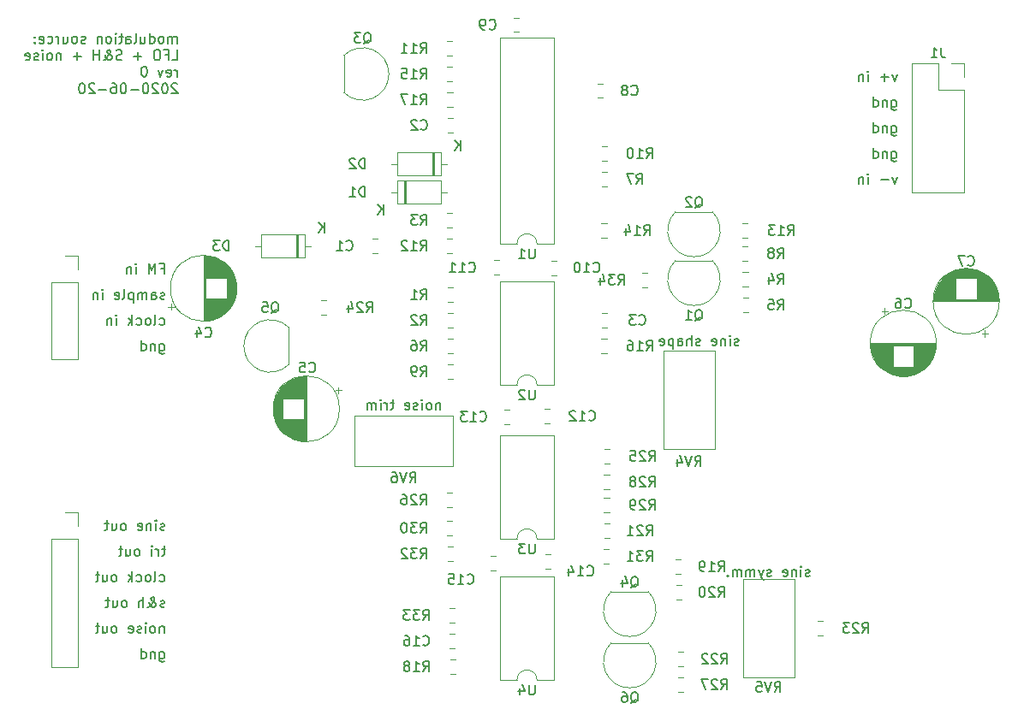
<source format=gbr>
G04 #@! TF.GenerationSoftware,KiCad,Pcbnew,5.1.6-c6e7f7d~86~ubuntu18.04.1*
G04 #@! TF.CreationDate,2020-06-22T07:49:52-04:00*
G04 #@! TF.ProjectId,modulation_source,6d6f6475-6c61-4746-996f-6e5f736f7572,rev?*
G04 #@! TF.SameCoordinates,Original*
G04 #@! TF.FileFunction,Legend,Bot*
G04 #@! TF.FilePolarity,Positive*
%FSLAX46Y46*%
G04 Gerber Fmt 4.6, Leading zero omitted, Abs format (unit mm)*
G04 Created by KiCad (PCBNEW 5.1.6-c6e7f7d~86~ubuntu18.04.1) date 2020-06-22 07:49:52*
%MOMM*%
%LPD*%
G01*
G04 APERTURE LIST*
%ADD10C,0.150000*%
%ADD11C,0.120000*%
G04 APERTURE END LIST*
D10*
X117774404Y-53857380D02*
X117774404Y-53190714D01*
X117774404Y-53285952D02*
X117726785Y-53238333D01*
X117631547Y-53190714D01*
X117488690Y-53190714D01*
X117393452Y-53238333D01*
X117345833Y-53333571D01*
X117345833Y-53857380D01*
X117345833Y-53333571D02*
X117298214Y-53238333D01*
X117202976Y-53190714D01*
X117060119Y-53190714D01*
X116964880Y-53238333D01*
X116917261Y-53333571D01*
X116917261Y-53857380D01*
X116298214Y-53857380D02*
X116393452Y-53809761D01*
X116441071Y-53762142D01*
X116488690Y-53666904D01*
X116488690Y-53381190D01*
X116441071Y-53285952D01*
X116393452Y-53238333D01*
X116298214Y-53190714D01*
X116155357Y-53190714D01*
X116060119Y-53238333D01*
X116012500Y-53285952D01*
X115964880Y-53381190D01*
X115964880Y-53666904D01*
X116012500Y-53762142D01*
X116060119Y-53809761D01*
X116155357Y-53857380D01*
X116298214Y-53857380D01*
X115107738Y-53857380D02*
X115107738Y-52857380D01*
X115107738Y-53809761D02*
X115202976Y-53857380D01*
X115393452Y-53857380D01*
X115488690Y-53809761D01*
X115536309Y-53762142D01*
X115583928Y-53666904D01*
X115583928Y-53381190D01*
X115536309Y-53285952D01*
X115488690Y-53238333D01*
X115393452Y-53190714D01*
X115202976Y-53190714D01*
X115107738Y-53238333D01*
X114202976Y-53190714D02*
X114202976Y-53857380D01*
X114631547Y-53190714D02*
X114631547Y-53714523D01*
X114583928Y-53809761D01*
X114488690Y-53857380D01*
X114345833Y-53857380D01*
X114250595Y-53809761D01*
X114202976Y-53762142D01*
X113583928Y-53857380D02*
X113679166Y-53809761D01*
X113726785Y-53714523D01*
X113726785Y-52857380D01*
X112774404Y-53857380D02*
X112774404Y-53333571D01*
X112822023Y-53238333D01*
X112917261Y-53190714D01*
X113107738Y-53190714D01*
X113202976Y-53238333D01*
X112774404Y-53809761D02*
X112869642Y-53857380D01*
X113107738Y-53857380D01*
X113202976Y-53809761D01*
X113250595Y-53714523D01*
X113250595Y-53619285D01*
X113202976Y-53524047D01*
X113107738Y-53476428D01*
X112869642Y-53476428D01*
X112774404Y-53428809D01*
X112441071Y-53190714D02*
X112060119Y-53190714D01*
X112298214Y-52857380D02*
X112298214Y-53714523D01*
X112250595Y-53809761D01*
X112155357Y-53857380D01*
X112060119Y-53857380D01*
X111726785Y-53857380D02*
X111726785Y-53190714D01*
X111726785Y-52857380D02*
X111774404Y-52905000D01*
X111726785Y-52952619D01*
X111679166Y-52905000D01*
X111726785Y-52857380D01*
X111726785Y-52952619D01*
X111107738Y-53857380D02*
X111202976Y-53809761D01*
X111250595Y-53762142D01*
X111298214Y-53666904D01*
X111298214Y-53381190D01*
X111250595Y-53285952D01*
X111202976Y-53238333D01*
X111107738Y-53190714D01*
X110964880Y-53190714D01*
X110869642Y-53238333D01*
X110822023Y-53285952D01*
X110774404Y-53381190D01*
X110774404Y-53666904D01*
X110822023Y-53762142D01*
X110869642Y-53809761D01*
X110964880Y-53857380D01*
X111107738Y-53857380D01*
X110345833Y-53190714D02*
X110345833Y-53857380D01*
X110345833Y-53285952D02*
X110298214Y-53238333D01*
X110202976Y-53190714D01*
X110060119Y-53190714D01*
X109964880Y-53238333D01*
X109917261Y-53333571D01*
X109917261Y-53857380D01*
X108726785Y-53809761D02*
X108631547Y-53857380D01*
X108441071Y-53857380D01*
X108345833Y-53809761D01*
X108298214Y-53714523D01*
X108298214Y-53666904D01*
X108345833Y-53571666D01*
X108441071Y-53524047D01*
X108583928Y-53524047D01*
X108679166Y-53476428D01*
X108726785Y-53381190D01*
X108726785Y-53333571D01*
X108679166Y-53238333D01*
X108583928Y-53190714D01*
X108441071Y-53190714D01*
X108345833Y-53238333D01*
X107726785Y-53857380D02*
X107822023Y-53809761D01*
X107869642Y-53762142D01*
X107917261Y-53666904D01*
X107917261Y-53381190D01*
X107869642Y-53285952D01*
X107822023Y-53238333D01*
X107726785Y-53190714D01*
X107583928Y-53190714D01*
X107488690Y-53238333D01*
X107441071Y-53285952D01*
X107393452Y-53381190D01*
X107393452Y-53666904D01*
X107441071Y-53762142D01*
X107488690Y-53809761D01*
X107583928Y-53857380D01*
X107726785Y-53857380D01*
X106536309Y-53190714D02*
X106536309Y-53857380D01*
X106964880Y-53190714D02*
X106964880Y-53714523D01*
X106917261Y-53809761D01*
X106822023Y-53857380D01*
X106679166Y-53857380D01*
X106583928Y-53809761D01*
X106536309Y-53762142D01*
X106060119Y-53857380D02*
X106060119Y-53190714D01*
X106060119Y-53381190D02*
X106012500Y-53285952D01*
X105964880Y-53238333D01*
X105869642Y-53190714D01*
X105774404Y-53190714D01*
X105012500Y-53809761D02*
X105107738Y-53857380D01*
X105298214Y-53857380D01*
X105393452Y-53809761D01*
X105441071Y-53762142D01*
X105488690Y-53666904D01*
X105488690Y-53381190D01*
X105441071Y-53285952D01*
X105393452Y-53238333D01*
X105298214Y-53190714D01*
X105107738Y-53190714D01*
X105012500Y-53238333D01*
X104202976Y-53809761D02*
X104298214Y-53857380D01*
X104488690Y-53857380D01*
X104583928Y-53809761D01*
X104631547Y-53714523D01*
X104631547Y-53333571D01*
X104583928Y-53238333D01*
X104488690Y-53190714D01*
X104298214Y-53190714D01*
X104202976Y-53238333D01*
X104155357Y-53333571D01*
X104155357Y-53428809D01*
X104631547Y-53524047D01*
X103726785Y-53762142D02*
X103679166Y-53809761D01*
X103726785Y-53857380D01*
X103774404Y-53809761D01*
X103726785Y-53762142D01*
X103726785Y-53857380D01*
X103726785Y-53238333D02*
X103679166Y-53285952D01*
X103726785Y-53333571D01*
X103774404Y-53285952D01*
X103726785Y-53238333D01*
X103726785Y-53333571D01*
X117298214Y-55507380D02*
X117774404Y-55507380D01*
X117774404Y-54507380D01*
X116631547Y-54983571D02*
X116964880Y-54983571D01*
X116964880Y-55507380D02*
X116964880Y-54507380D01*
X116488690Y-54507380D01*
X115917261Y-54507380D02*
X115726785Y-54507380D01*
X115631547Y-54555000D01*
X115536309Y-54650238D01*
X115488690Y-54840714D01*
X115488690Y-55174047D01*
X115536309Y-55364523D01*
X115631547Y-55459761D01*
X115726785Y-55507380D01*
X115917261Y-55507380D01*
X116012500Y-55459761D01*
X116107738Y-55364523D01*
X116155357Y-55174047D01*
X116155357Y-54840714D01*
X116107738Y-54650238D01*
X116012500Y-54555000D01*
X115917261Y-54507380D01*
X114298214Y-55126428D02*
X113536309Y-55126428D01*
X113917261Y-55507380D02*
X113917261Y-54745476D01*
X112345833Y-55459761D02*
X112202976Y-55507380D01*
X111964880Y-55507380D01*
X111869642Y-55459761D01*
X111822023Y-55412142D01*
X111774404Y-55316904D01*
X111774404Y-55221666D01*
X111822023Y-55126428D01*
X111869642Y-55078809D01*
X111964880Y-55031190D01*
X112155357Y-54983571D01*
X112250595Y-54935952D01*
X112298214Y-54888333D01*
X112345833Y-54793095D01*
X112345833Y-54697857D01*
X112298214Y-54602619D01*
X112250595Y-54555000D01*
X112155357Y-54507380D01*
X111917261Y-54507380D01*
X111774404Y-54555000D01*
X110536309Y-55507380D02*
X110583928Y-55507380D01*
X110679166Y-55459761D01*
X110822023Y-55316904D01*
X111060119Y-55031190D01*
X111155357Y-54888333D01*
X111202976Y-54745476D01*
X111202976Y-54650238D01*
X111155357Y-54555000D01*
X111060119Y-54507380D01*
X111012500Y-54507380D01*
X110917261Y-54555000D01*
X110869642Y-54650238D01*
X110869642Y-54697857D01*
X110917261Y-54793095D01*
X110964880Y-54840714D01*
X111250595Y-55031190D01*
X111298214Y-55078809D01*
X111345833Y-55174047D01*
X111345833Y-55316904D01*
X111298214Y-55412142D01*
X111250595Y-55459761D01*
X111155357Y-55507380D01*
X111012500Y-55507380D01*
X110917261Y-55459761D01*
X110869642Y-55412142D01*
X110726785Y-55221666D01*
X110679166Y-55078809D01*
X110679166Y-54983571D01*
X110107738Y-55507380D02*
X110107738Y-54507380D01*
X110107738Y-54983571D02*
X109536309Y-54983571D01*
X109536309Y-55507380D02*
X109536309Y-54507380D01*
X108298214Y-55126428D02*
X107536309Y-55126428D01*
X107917261Y-55507380D02*
X107917261Y-54745476D01*
X106298214Y-54840714D02*
X106298214Y-55507380D01*
X106298214Y-54935952D02*
X106250595Y-54888333D01*
X106155357Y-54840714D01*
X106012500Y-54840714D01*
X105917261Y-54888333D01*
X105869642Y-54983571D01*
X105869642Y-55507380D01*
X105250595Y-55507380D02*
X105345833Y-55459761D01*
X105393452Y-55412142D01*
X105441071Y-55316904D01*
X105441071Y-55031190D01*
X105393452Y-54935952D01*
X105345833Y-54888333D01*
X105250595Y-54840714D01*
X105107738Y-54840714D01*
X105012500Y-54888333D01*
X104964880Y-54935952D01*
X104917261Y-55031190D01*
X104917261Y-55316904D01*
X104964880Y-55412142D01*
X105012500Y-55459761D01*
X105107738Y-55507380D01*
X105250595Y-55507380D01*
X104488690Y-55507380D02*
X104488690Y-54840714D01*
X104488690Y-54507380D02*
X104536309Y-54555000D01*
X104488690Y-54602619D01*
X104441071Y-54555000D01*
X104488690Y-54507380D01*
X104488690Y-54602619D01*
X104060119Y-55459761D02*
X103964880Y-55507380D01*
X103774404Y-55507380D01*
X103679166Y-55459761D01*
X103631547Y-55364523D01*
X103631547Y-55316904D01*
X103679166Y-55221666D01*
X103774404Y-55174047D01*
X103917261Y-55174047D01*
X104012500Y-55126428D01*
X104060119Y-55031190D01*
X104060119Y-54983571D01*
X104012500Y-54888333D01*
X103917261Y-54840714D01*
X103774404Y-54840714D01*
X103679166Y-54888333D01*
X102822023Y-55459761D02*
X102917261Y-55507380D01*
X103107738Y-55507380D01*
X103202976Y-55459761D01*
X103250595Y-55364523D01*
X103250595Y-54983571D01*
X103202976Y-54888333D01*
X103107738Y-54840714D01*
X102917261Y-54840714D01*
X102822023Y-54888333D01*
X102774404Y-54983571D01*
X102774404Y-55078809D01*
X103250595Y-55174047D01*
X117774404Y-57157380D02*
X117774404Y-56490714D01*
X117774404Y-56681190D02*
X117726785Y-56585952D01*
X117679166Y-56538333D01*
X117583928Y-56490714D01*
X117488690Y-56490714D01*
X116774404Y-57109761D02*
X116869642Y-57157380D01*
X117060119Y-57157380D01*
X117155357Y-57109761D01*
X117202976Y-57014523D01*
X117202976Y-56633571D01*
X117155357Y-56538333D01*
X117060119Y-56490714D01*
X116869642Y-56490714D01*
X116774404Y-56538333D01*
X116726785Y-56633571D01*
X116726785Y-56728809D01*
X117202976Y-56824047D01*
X116393452Y-56490714D02*
X116155357Y-57157380D01*
X115917261Y-56490714D01*
X114583928Y-56157380D02*
X114488690Y-56157380D01*
X114393452Y-56205000D01*
X114345833Y-56252619D01*
X114298214Y-56347857D01*
X114250595Y-56538333D01*
X114250595Y-56776428D01*
X114298214Y-56966904D01*
X114345833Y-57062142D01*
X114393452Y-57109761D01*
X114488690Y-57157380D01*
X114583928Y-57157380D01*
X114679166Y-57109761D01*
X114726785Y-57062142D01*
X114774404Y-56966904D01*
X114822023Y-56776428D01*
X114822023Y-56538333D01*
X114774404Y-56347857D01*
X114726785Y-56252619D01*
X114679166Y-56205000D01*
X114583928Y-56157380D01*
X117822023Y-57902619D02*
X117774404Y-57855000D01*
X117679166Y-57807380D01*
X117441071Y-57807380D01*
X117345833Y-57855000D01*
X117298214Y-57902619D01*
X117250595Y-57997857D01*
X117250595Y-58093095D01*
X117298214Y-58235952D01*
X117869642Y-58807380D01*
X117250595Y-58807380D01*
X116631547Y-57807380D02*
X116536309Y-57807380D01*
X116441071Y-57855000D01*
X116393452Y-57902619D01*
X116345833Y-57997857D01*
X116298214Y-58188333D01*
X116298214Y-58426428D01*
X116345833Y-58616904D01*
X116393452Y-58712142D01*
X116441071Y-58759761D01*
X116536309Y-58807380D01*
X116631547Y-58807380D01*
X116726785Y-58759761D01*
X116774404Y-58712142D01*
X116822023Y-58616904D01*
X116869642Y-58426428D01*
X116869642Y-58188333D01*
X116822023Y-57997857D01*
X116774404Y-57902619D01*
X116726785Y-57855000D01*
X116631547Y-57807380D01*
X115917261Y-57902619D02*
X115869642Y-57855000D01*
X115774404Y-57807380D01*
X115536309Y-57807380D01*
X115441071Y-57855000D01*
X115393452Y-57902619D01*
X115345833Y-57997857D01*
X115345833Y-58093095D01*
X115393452Y-58235952D01*
X115964880Y-58807380D01*
X115345833Y-58807380D01*
X114726785Y-57807380D02*
X114631547Y-57807380D01*
X114536309Y-57855000D01*
X114488690Y-57902619D01*
X114441071Y-57997857D01*
X114393452Y-58188333D01*
X114393452Y-58426428D01*
X114441071Y-58616904D01*
X114488690Y-58712142D01*
X114536309Y-58759761D01*
X114631547Y-58807380D01*
X114726785Y-58807380D01*
X114822023Y-58759761D01*
X114869642Y-58712142D01*
X114917261Y-58616904D01*
X114964880Y-58426428D01*
X114964880Y-58188333D01*
X114917261Y-57997857D01*
X114869642Y-57902619D01*
X114822023Y-57855000D01*
X114726785Y-57807380D01*
X113964880Y-58426428D02*
X113202976Y-58426428D01*
X112536309Y-57807380D02*
X112441071Y-57807380D01*
X112345833Y-57855000D01*
X112298214Y-57902619D01*
X112250595Y-57997857D01*
X112202976Y-58188333D01*
X112202976Y-58426428D01*
X112250595Y-58616904D01*
X112298214Y-58712142D01*
X112345833Y-58759761D01*
X112441071Y-58807380D01*
X112536309Y-58807380D01*
X112631547Y-58759761D01*
X112679166Y-58712142D01*
X112726785Y-58616904D01*
X112774404Y-58426428D01*
X112774404Y-58188333D01*
X112726785Y-57997857D01*
X112679166Y-57902619D01*
X112631547Y-57855000D01*
X112536309Y-57807380D01*
X111345833Y-57807380D02*
X111536309Y-57807380D01*
X111631547Y-57855000D01*
X111679166Y-57902619D01*
X111774404Y-58045476D01*
X111822023Y-58235952D01*
X111822023Y-58616904D01*
X111774404Y-58712142D01*
X111726785Y-58759761D01*
X111631547Y-58807380D01*
X111441071Y-58807380D01*
X111345833Y-58759761D01*
X111298214Y-58712142D01*
X111250595Y-58616904D01*
X111250595Y-58378809D01*
X111298214Y-58283571D01*
X111345833Y-58235952D01*
X111441071Y-58188333D01*
X111631547Y-58188333D01*
X111726785Y-58235952D01*
X111774404Y-58283571D01*
X111822023Y-58378809D01*
X110822023Y-58426428D02*
X110060119Y-58426428D01*
X109631547Y-57902619D02*
X109583928Y-57855000D01*
X109488690Y-57807380D01*
X109250595Y-57807380D01*
X109155357Y-57855000D01*
X109107738Y-57902619D01*
X109060119Y-57997857D01*
X109060119Y-58093095D01*
X109107738Y-58235952D01*
X109679166Y-58807380D01*
X109060119Y-58807380D01*
X108441071Y-57807380D02*
X108345833Y-57807380D01*
X108250595Y-57855000D01*
X108202976Y-57902619D01*
X108155357Y-57997857D01*
X108107738Y-58188333D01*
X108107738Y-58426428D01*
X108155357Y-58616904D01*
X108202976Y-58712142D01*
X108250595Y-58759761D01*
X108345833Y-58807380D01*
X108441071Y-58807380D01*
X108536309Y-58759761D01*
X108583928Y-58712142D01*
X108631547Y-58616904D01*
X108679166Y-58426428D01*
X108679166Y-58188333D01*
X108631547Y-57997857D01*
X108583928Y-57902619D01*
X108536309Y-57855000D01*
X108441071Y-57807380D01*
X188989642Y-67095714D02*
X188751547Y-67762380D01*
X188513452Y-67095714D01*
X188132500Y-67381428D02*
X187370595Y-67381428D01*
X186132500Y-67762380D02*
X186132500Y-67095714D01*
X186132500Y-66762380D02*
X186180119Y-66810000D01*
X186132500Y-66857619D01*
X186084880Y-66810000D01*
X186132500Y-66762380D01*
X186132500Y-66857619D01*
X185656309Y-67095714D02*
X185656309Y-67762380D01*
X185656309Y-67190952D02*
X185608690Y-67143333D01*
X185513452Y-67095714D01*
X185370595Y-67095714D01*
X185275357Y-67143333D01*
X185227738Y-67238571D01*
X185227738Y-67762380D01*
X188465833Y-64555714D02*
X188465833Y-65365238D01*
X188513452Y-65460476D01*
X188561071Y-65508095D01*
X188656309Y-65555714D01*
X188799166Y-65555714D01*
X188894404Y-65508095D01*
X188465833Y-65174761D02*
X188561071Y-65222380D01*
X188751547Y-65222380D01*
X188846785Y-65174761D01*
X188894404Y-65127142D01*
X188942023Y-65031904D01*
X188942023Y-64746190D01*
X188894404Y-64650952D01*
X188846785Y-64603333D01*
X188751547Y-64555714D01*
X188561071Y-64555714D01*
X188465833Y-64603333D01*
X187989642Y-64555714D02*
X187989642Y-65222380D01*
X187989642Y-64650952D02*
X187942023Y-64603333D01*
X187846785Y-64555714D01*
X187703928Y-64555714D01*
X187608690Y-64603333D01*
X187561071Y-64698571D01*
X187561071Y-65222380D01*
X186656309Y-65222380D02*
X186656309Y-64222380D01*
X186656309Y-65174761D02*
X186751547Y-65222380D01*
X186942023Y-65222380D01*
X187037261Y-65174761D01*
X187084880Y-65127142D01*
X187132500Y-65031904D01*
X187132500Y-64746190D01*
X187084880Y-64650952D01*
X187037261Y-64603333D01*
X186942023Y-64555714D01*
X186751547Y-64555714D01*
X186656309Y-64603333D01*
X188465833Y-62015714D02*
X188465833Y-62825238D01*
X188513452Y-62920476D01*
X188561071Y-62968095D01*
X188656309Y-63015714D01*
X188799166Y-63015714D01*
X188894404Y-62968095D01*
X188465833Y-62634761D02*
X188561071Y-62682380D01*
X188751547Y-62682380D01*
X188846785Y-62634761D01*
X188894404Y-62587142D01*
X188942023Y-62491904D01*
X188942023Y-62206190D01*
X188894404Y-62110952D01*
X188846785Y-62063333D01*
X188751547Y-62015714D01*
X188561071Y-62015714D01*
X188465833Y-62063333D01*
X187989642Y-62015714D02*
X187989642Y-62682380D01*
X187989642Y-62110952D02*
X187942023Y-62063333D01*
X187846785Y-62015714D01*
X187703928Y-62015714D01*
X187608690Y-62063333D01*
X187561071Y-62158571D01*
X187561071Y-62682380D01*
X186656309Y-62682380D02*
X186656309Y-61682380D01*
X186656309Y-62634761D02*
X186751547Y-62682380D01*
X186942023Y-62682380D01*
X187037261Y-62634761D01*
X187084880Y-62587142D01*
X187132500Y-62491904D01*
X187132500Y-62206190D01*
X187084880Y-62110952D01*
X187037261Y-62063333D01*
X186942023Y-62015714D01*
X186751547Y-62015714D01*
X186656309Y-62063333D01*
X188465833Y-59475714D02*
X188465833Y-60285238D01*
X188513452Y-60380476D01*
X188561071Y-60428095D01*
X188656309Y-60475714D01*
X188799166Y-60475714D01*
X188894404Y-60428095D01*
X188465833Y-60094761D02*
X188561071Y-60142380D01*
X188751547Y-60142380D01*
X188846785Y-60094761D01*
X188894404Y-60047142D01*
X188942023Y-59951904D01*
X188942023Y-59666190D01*
X188894404Y-59570952D01*
X188846785Y-59523333D01*
X188751547Y-59475714D01*
X188561071Y-59475714D01*
X188465833Y-59523333D01*
X187989642Y-59475714D02*
X187989642Y-60142380D01*
X187989642Y-59570952D02*
X187942023Y-59523333D01*
X187846785Y-59475714D01*
X187703928Y-59475714D01*
X187608690Y-59523333D01*
X187561071Y-59618571D01*
X187561071Y-60142380D01*
X186656309Y-60142380D02*
X186656309Y-59142380D01*
X186656309Y-60094761D02*
X186751547Y-60142380D01*
X186942023Y-60142380D01*
X187037261Y-60094761D01*
X187084880Y-60047142D01*
X187132500Y-59951904D01*
X187132500Y-59666190D01*
X187084880Y-59570952D01*
X187037261Y-59523333D01*
X186942023Y-59475714D01*
X186751547Y-59475714D01*
X186656309Y-59523333D01*
X188989642Y-56935714D02*
X188751547Y-57602380D01*
X188513452Y-56935714D01*
X188132500Y-57221428D02*
X187370595Y-57221428D01*
X187751547Y-57602380D02*
X187751547Y-56840476D01*
X186132500Y-57602380D02*
X186132500Y-56935714D01*
X186132500Y-56602380D02*
X186180119Y-56650000D01*
X186132500Y-56697619D01*
X186084880Y-56650000D01*
X186132500Y-56602380D01*
X186132500Y-56697619D01*
X185656309Y-56935714D02*
X185656309Y-57602380D01*
X185656309Y-57030952D02*
X185608690Y-56983333D01*
X185513452Y-56935714D01*
X185370595Y-56935714D01*
X185275357Y-56983333D01*
X185227738Y-57078571D01*
X185227738Y-57602380D01*
X116075833Y-114085714D02*
X116075833Y-114895238D01*
X116123452Y-114990476D01*
X116171071Y-115038095D01*
X116266309Y-115085714D01*
X116409166Y-115085714D01*
X116504404Y-115038095D01*
X116075833Y-114704761D02*
X116171071Y-114752380D01*
X116361547Y-114752380D01*
X116456785Y-114704761D01*
X116504404Y-114657142D01*
X116552023Y-114561904D01*
X116552023Y-114276190D01*
X116504404Y-114180952D01*
X116456785Y-114133333D01*
X116361547Y-114085714D01*
X116171071Y-114085714D01*
X116075833Y-114133333D01*
X115599642Y-114085714D02*
X115599642Y-114752380D01*
X115599642Y-114180952D02*
X115552023Y-114133333D01*
X115456785Y-114085714D01*
X115313928Y-114085714D01*
X115218690Y-114133333D01*
X115171071Y-114228571D01*
X115171071Y-114752380D01*
X114266309Y-114752380D02*
X114266309Y-113752380D01*
X114266309Y-114704761D02*
X114361547Y-114752380D01*
X114552023Y-114752380D01*
X114647261Y-114704761D01*
X114694880Y-114657142D01*
X114742500Y-114561904D01*
X114742500Y-114276190D01*
X114694880Y-114180952D01*
X114647261Y-114133333D01*
X114552023Y-114085714D01*
X114361547Y-114085714D01*
X114266309Y-114133333D01*
X116504404Y-111545714D02*
X116504404Y-112212380D01*
X116504404Y-111640952D02*
X116456785Y-111593333D01*
X116361547Y-111545714D01*
X116218690Y-111545714D01*
X116123452Y-111593333D01*
X116075833Y-111688571D01*
X116075833Y-112212380D01*
X115456785Y-112212380D02*
X115552023Y-112164761D01*
X115599642Y-112117142D01*
X115647261Y-112021904D01*
X115647261Y-111736190D01*
X115599642Y-111640952D01*
X115552023Y-111593333D01*
X115456785Y-111545714D01*
X115313928Y-111545714D01*
X115218690Y-111593333D01*
X115171071Y-111640952D01*
X115123452Y-111736190D01*
X115123452Y-112021904D01*
X115171071Y-112117142D01*
X115218690Y-112164761D01*
X115313928Y-112212380D01*
X115456785Y-112212380D01*
X114694880Y-112212380D02*
X114694880Y-111545714D01*
X114694880Y-111212380D02*
X114742500Y-111260000D01*
X114694880Y-111307619D01*
X114647261Y-111260000D01*
X114694880Y-111212380D01*
X114694880Y-111307619D01*
X114266309Y-112164761D02*
X114171071Y-112212380D01*
X113980595Y-112212380D01*
X113885357Y-112164761D01*
X113837738Y-112069523D01*
X113837738Y-112021904D01*
X113885357Y-111926666D01*
X113980595Y-111879047D01*
X114123452Y-111879047D01*
X114218690Y-111831428D01*
X114266309Y-111736190D01*
X114266309Y-111688571D01*
X114218690Y-111593333D01*
X114123452Y-111545714D01*
X113980595Y-111545714D01*
X113885357Y-111593333D01*
X113028214Y-112164761D02*
X113123452Y-112212380D01*
X113313928Y-112212380D01*
X113409166Y-112164761D01*
X113456785Y-112069523D01*
X113456785Y-111688571D01*
X113409166Y-111593333D01*
X113313928Y-111545714D01*
X113123452Y-111545714D01*
X113028214Y-111593333D01*
X112980595Y-111688571D01*
X112980595Y-111783809D01*
X113456785Y-111879047D01*
X111647261Y-112212380D02*
X111742500Y-112164761D01*
X111790119Y-112117142D01*
X111837738Y-112021904D01*
X111837738Y-111736190D01*
X111790119Y-111640952D01*
X111742500Y-111593333D01*
X111647261Y-111545714D01*
X111504404Y-111545714D01*
X111409166Y-111593333D01*
X111361547Y-111640952D01*
X111313928Y-111736190D01*
X111313928Y-112021904D01*
X111361547Y-112117142D01*
X111409166Y-112164761D01*
X111504404Y-112212380D01*
X111647261Y-112212380D01*
X110456785Y-111545714D02*
X110456785Y-112212380D01*
X110885357Y-111545714D02*
X110885357Y-112069523D01*
X110837738Y-112164761D01*
X110742500Y-112212380D01*
X110599642Y-112212380D01*
X110504404Y-112164761D01*
X110456785Y-112117142D01*
X110123452Y-111545714D02*
X109742500Y-111545714D01*
X109980595Y-111212380D02*
X109980595Y-112069523D01*
X109932976Y-112164761D01*
X109837738Y-112212380D01*
X109742500Y-112212380D01*
X116552023Y-109624761D02*
X116456785Y-109672380D01*
X116266309Y-109672380D01*
X116171071Y-109624761D01*
X116123452Y-109529523D01*
X116123452Y-109481904D01*
X116171071Y-109386666D01*
X116266309Y-109339047D01*
X116409166Y-109339047D01*
X116504404Y-109291428D01*
X116552023Y-109196190D01*
X116552023Y-109148571D01*
X116504404Y-109053333D01*
X116409166Y-109005714D01*
X116266309Y-109005714D01*
X116171071Y-109053333D01*
X114885357Y-109672380D02*
X114932976Y-109672380D01*
X115028214Y-109624761D01*
X115171071Y-109481904D01*
X115409166Y-109196190D01*
X115504404Y-109053333D01*
X115552023Y-108910476D01*
X115552023Y-108815238D01*
X115504404Y-108720000D01*
X115409166Y-108672380D01*
X115361547Y-108672380D01*
X115266309Y-108720000D01*
X115218690Y-108815238D01*
X115218690Y-108862857D01*
X115266309Y-108958095D01*
X115313928Y-109005714D01*
X115599642Y-109196190D01*
X115647261Y-109243809D01*
X115694880Y-109339047D01*
X115694880Y-109481904D01*
X115647261Y-109577142D01*
X115599642Y-109624761D01*
X115504404Y-109672380D01*
X115361547Y-109672380D01*
X115266309Y-109624761D01*
X115218690Y-109577142D01*
X115075833Y-109386666D01*
X115028214Y-109243809D01*
X115028214Y-109148571D01*
X114456785Y-109672380D02*
X114456785Y-108672380D01*
X114028214Y-109672380D02*
X114028214Y-109148571D01*
X114075833Y-109053333D01*
X114171071Y-109005714D01*
X114313928Y-109005714D01*
X114409166Y-109053333D01*
X114456785Y-109100952D01*
X112647261Y-109672380D02*
X112742500Y-109624761D01*
X112790119Y-109577142D01*
X112837738Y-109481904D01*
X112837738Y-109196190D01*
X112790119Y-109100952D01*
X112742500Y-109053333D01*
X112647261Y-109005714D01*
X112504404Y-109005714D01*
X112409166Y-109053333D01*
X112361547Y-109100952D01*
X112313928Y-109196190D01*
X112313928Y-109481904D01*
X112361547Y-109577142D01*
X112409166Y-109624761D01*
X112504404Y-109672380D01*
X112647261Y-109672380D01*
X111456785Y-109005714D02*
X111456785Y-109672380D01*
X111885357Y-109005714D02*
X111885357Y-109529523D01*
X111837738Y-109624761D01*
X111742500Y-109672380D01*
X111599642Y-109672380D01*
X111504404Y-109624761D01*
X111456785Y-109577142D01*
X111123452Y-109005714D02*
X110742500Y-109005714D01*
X110980595Y-108672380D02*
X110980595Y-109529523D01*
X110932976Y-109624761D01*
X110837738Y-109672380D01*
X110742500Y-109672380D01*
X116075833Y-107084761D02*
X116171071Y-107132380D01*
X116361547Y-107132380D01*
X116456785Y-107084761D01*
X116504404Y-107037142D01*
X116552023Y-106941904D01*
X116552023Y-106656190D01*
X116504404Y-106560952D01*
X116456785Y-106513333D01*
X116361547Y-106465714D01*
X116171071Y-106465714D01*
X116075833Y-106513333D01*
X115504404Y-107132380D02*
X115599642Y-107084761D01*
X115647261Y-106989523D01*
X115647261Y-106132380D01*
X114980595Y-107132380D02*
X115075833Y-107084761D01*
X115123452Y-107037142D01*
X115171071Y-106941904D01*
X115171071Y-106656190D01*
X115123452Y-106560952D01*
X115075833Y-106513333D01*
X114980595Y-106465714D01*
X114837738Y-106465714D01*
X114742500Y-106513333D01*
X114694880Y-106560952D01*
X114647261Y-106656190D01*
X114647261Y-106941904D01*
X114694880Y-107037142D01*
X114742500Y-107084761D01*
X114837738Y-107132380D01*
X114980595Y-107132380D01*
X113790119Y-107084761D02*
X113885357Y-107132380D01*
X114075833Y-107132380D01*
X114171071Y-107084761D01*
X114218690Y-107037142D01*
X114266309Y-106941904D01*
X114266309Y-106656190D01*
X114218690Y-106560952D01*
X114171071Y-106513333D01*
X114075833Y-106465714D01*
X113885357Y-106465714D01*
X113790119Y-106513333D01*
X113361547Y-107132380D02*
X113361547Y-106132380D01*
X113266309Y-106751428D02*
X112980595Y-107132380D01*
X112980595Y-106465714D02*
X113361547Y-106846666D01*
X111647261Y-107132380D02*
X111742500Y-107084761D01*
X111790119Y-107037142D01*
X111837738Y-106941904D01*
X111837738Y-106656190D01*
X111790119Y-106560952D01*
X111742500Y-106513333D01*
X111647261Y-106465714D01*
X111504404Y-106465714D01*
X111409166Y-106513333D01*
X111361547Y-106560952D01*
X111313928Y-106656190D01*
X111313928Y-106941904D01*
X111361547Y-107037142D01*
X111409166Y-107084761D01*
X111504404Y-107132380D01*
X111647261Y-107132380D01*
X110456785Y-106465714D02*
X110456785Y-107132380D01*
X110885357Y-106465714D02*
X110885357Y-106989523D01*
X110837738Y-107084761D01*
X110742500Y-107132380D01*
X110599642Y-107132380D01*
X110504404Y-107084761D01*
X110456785Y-107037142D01*
X110123452Y-106465714D02*
X109742500Y-106465714D01*
X109980595Y-106132380D02*
X109980595Y-106989523D01*
X109932976Y-107084761D01*
X109837738Y-107132380D01*
X109742500Y-107132380D01*
X116647261Y-103925714D02*
X116266309Y-103925714D01*
X116504404Y-103592380D02*
X116504404Y-104449523D01*
X116456785Y-104544761D01*
X116361547Y-104592380D01*
X116266309Y-104592380D01*
X115932976Y-104592380D02*
X115932976Y-103925714D01*
X115932976Y-104116190D02*
X115885357Y-104020952D01*
X115837738Y-103973333D01*
X115742500Y-103925714D01*
X115647261Y-103925714D01*
X115313928Y-104592380D02*
X115313928Y-103925714D01*
X115313928Y-103592380D02*
X115361547Y-103640000D01*
X115313928Y-103687619D01*
X115266309Y-103640000D01*
X115313928Y-103592380D01*
X115313928Y-103687619D01*
X113932976Y-104592380D02*
X114028214Y-104544761D01*
X114075833Y-104497142D01*
X114123452Y-104401904D01*
X114123452Y-104116190D01*
X114075833Y-104020952D01*
X114028214Y-103973333D01*
X113932976Y-103925714D01*
X113790119Y-103925714D01*
X113694880Y-103973333D01*
X113647261Y-104020952D01*
X113599642Y-104116190D01*
X113599642Y-104401904D01*
X113647261Y-104497142D01*
X113694880Y-104544761D01*
X113790119Y-104592380D01*
X113932976Y-104592380D01*
X112742500Y-103925714D02*
X112742500Y-104592380D01*
X113171071Y-103925714D02*
X113171071Y-104449523D01*
X113123452Y-104544761D01*
X113028214Y-104592380D01*
X112885357Y-104592380D01*
X112790119Y-104544761D01*
X112742500Y-104497142D01*
X112409166Y-103925714D02*
X112028214Y-103925714D01*
X112266309Y-103592380D02*
X112266309Y-104449523D01*
X112218690Y-104544761D01*
X112123452Y-104592380D01*
X112028214Y-104592380D01*
X116552023Y-102004761D02*
X116456785Y-102052380D01*
X116266309Y-102052380D01*
X116171071Y-102004761D01*
X116123452Y-101909523D01*
X116123452Y-101861904D01*
X116171071Y-101766666D01*
X116266309Y-101719047D01*
X116409166Y-101719047D01*
X116504404Y-101671428D01*
X116552023Y-101576190D01*
X116552023Y-101528571D01*
X116504404Y-101433333D01*
X116409166Y-101385714D01*
X116266309Y-101385714D01*
X116171071Y-101433333D01*
X115694880Y-102052380D02*
X115694880Y-101385714D01*
X115694880Y-101052380D02*
X115742500Y-101100000D01*
X115694880Y-101147619D01*
X115647261Y-101100000D01*
X115694880Y-101052380D01*
X115694880Y-101147619D01*
X115218690Y-101385714D02*
X115218690Y-102052380D01*
X115218690Y-101480952D02*
X115171071Y-101433333D01*
X115075833Y-101385714D01*
X114932976Y-101385714D01*
X114837738Y-101433333D01*
X114790119Y-101528571D01*
X114790119Y-102052380D01*
X113932976Y-102004761D02*
X114028214Y-102052380D01*
X114218690Y-102052380D01*
X114313928Y-102004761D01*
X114361547Y-101909523D01*
X114361547Y-101528571D01*
X114313928Y-101433333D01*
X114218690Y-101385714D01*
X114028214Y-101385714D01*
X113932976Y-101433333D01*
X113885357Y-101528571D01*
X113885357Y-101623809D01*
X114361547Y-101719047D01*
X112552023Y-102052380D02*
X112647261Y-102004761D01*
X112694880Y-101957142D01*
X112742500Y-101861904D01*
X112742500Y-101576190D01*
X112694880Y-101480952D01*
X112647261Y-101433333D01*
X112552023Y-101385714D01*
X112409166Y-101385714D01*
X112313928Y-101433333D01*
X112266309Y-101480952D01*
X112218690Y-101576190D01*
X112218690Y-101861904D01*
X112266309Y-101957142D01*
X112313928Y-102004761D01*
X112409166Y-102052380D01*
X112552023Y-102052380D01*
X111361547Y-101385714D02*
X111361547Y-102052380D01*
X111790119Y-101385714D02*
X111790119Y-101909523D01*
X111742500Y-102004761D01*
X111647261Y-102052380D01*
X111504404Y-102052380D01*
X111409166Y-102004761D01*
X111361547Y-101957142D01*
X111028214Y-101385714D02*
X110647261Y-101385714D01*
X110885357Y-101052380D02*
X110885357Y-101909523D01*
X110837738Y-102004761D01*
X110742500Y-102052380D01*
X110647261Y-102052380D01*
X116075833Y-83605714D02*
X116075833Y-84415238D01*
X116123452Y-84510476D01*
X116171071Y-84558095D01*
X116266309Y-84605714D01*
X116409166Y-84605714D01*
X116504404Y-84558095D01*
X116075833Y-84224761D02*
X116171071Y-84272380D01*
X116361547Y-84272380D01*
X116456785Y-84224761D01*
X116504404Y-84177142D01*
X116552023Y-84081904D01*
X116552023Y-83796190D01*
X116504404Y-83700952D01*
X116456785Y-83653333D01*
X116361547Y-83605714D01*
X116171071Y-83605714D01*
X116075833Y-83653333D01*
X115599642Y-83605714D02*
X115599642Y-84272380D01*
X115599642Y-83700952D02*
X115552023Y-83653333D01*
X115456785Y-83605714D01*
X115313928Y-83605714D01*
X115218690Y-83653333D01*
X115171071Y-83748571D01*
X115171071Y-84272380D01*
X114266309Y-84272380D02*
X114266309Y-83272380D01*
X114266309Y-84224761D02*
X114361547Y-84272380D01*
X114552023Y-84272380D01*
X114647261Y-84224761D01*
X114694880Y-84177142D01*
X114742500Y-84081904D01*
X114742500Y-83796190D01*
X114694880Y-83700952D01*
X114647261Y-83653333D01*
X114552023Y-83605714D01*
X114361547Y-83605714D01*
X114266309Y-83653333D01*
X116075833Y-81684761D02*
X116171071Y-81732380D01*
X116361547Y-81732380D01*
X116456785Y-81684761D01*
X116504404Y-81637142D01*
X116552023Y-81541904D01*
X116552023Y-81256190D01*
X116504404Y-81160952D01*
X116456785Y-81113333D01*
X116361547Y-81065714D01*
X116171071Y-81065714D01*
X116075833Y-81113333D01*
X115504404Y-81732380D02*
X115599642Y-81684761D01*
X115647261Y-81589523D01*
X115647261Y-80732380D01*
X114980595Y-81732380D02*
X115075833Y-81684761D01*
X115123452Y-81637142D01*
X115171071Y-81541904D01*
X115171071Y-81256190D01*
X115123452Y-81160952D01*
X115075833Y-81113333D01*
X114980595Y-81065714D01*
X114837738Y-81065714D01*
X114742500Y-81113333D01*
X114694880Y-81160952D01*
X114647261Y-81256190D01*
X114647261Y-81541904D01*
X114694880Y-81637142D01*
X114742500Y-81684761D01*
X114837738Y-81732380D01*
X114980595Y-81732380D01*
X113790119Y-81684761D02*
X113885357Y-81732380D01*
X114075833Y-81732380D01*
X114171071Y-81684761D01*
X114218690Y-81637142D01*
X114266309Y-81541904D01*
X114266309Y-81256190D01*
X114218690Y-81160952D01*
X114171071Y-81113333D01*
X114075833Y-81065714D01*
X113885357Y-81065714D01*
X113790119Y-81113333D01*
X113361547Y-81732380D02*
X113361547Y-80732380D01*
X113266309Y-81351428D02*
X112980595Y-81732380D01*
X112980595Y-81065714D02*
X113361547Y-81446666D01*
X111790119Y-81732380D02*
X111790119Y-81065714D01*
X111790119Y-80732380D02*
X111837738Y-80780000D01*
X111790119Y-80827619D01*
X111742500Y-80780000D01*
X111790119Y-80732380D01*
X111790119Y-80827619D01*
X111313928Y-81065714D02*
X111313928Y-81732380D01*
X111313928Y-81160952D02*
X111266309Y-81113333D01*
X111171071Y-81065714D01*
X111028214Y-81065714D01*
X110932976Y-81113333D01*
X110885357Y-81208571D01*
X110885357Y-81732380D01*
X116552023Y-79144761D02*
X116456785Y-79192380D01*
X116266309Y-79192380D01*
X116171071Y-79144761D01*
X116123452Y-79049523D01*
X116123452Y-79001904D01*
X116171071Y-78906666D01*
X116266309Y-78859047D01*
X116409166Y-78859047D01*
X116504404Y-78811428D01*
X116552023Y-78716190D01*
X116552023Y-78668571D01*
X116504404Y-78573333D01*
X116409166Y-78525714D01*
X116266309Y-78525714D01*
X116171071Y-78573333D01*
X115266309Y-79192380D02*
X115266309Y-78668571D01*
X115313928Y-78573333D01*
X115409166Y-78525714D01*
X115599642Y-78525714D01*
X115694880Y-78573333D01*
X115266309Y-79144761D02*
X115361547Y-79192380D01*
X115599642Y-79192380D01*
X115694880Y-79144761D01*
X115742500Y-79049523D01*
X115742500Y-78954285D01*
X115694880Y-78859047D01*
X115599642Y-78811428D01*
X115361547Y-78811428D01*
X115266309Y-78763809D01*
X114790119Y-79192380D02*
X114790119Y-78525714D01*
X114790119Y-78620952D02*
X114742500Y-78573333D01*
X114647261Y-78525714D01*
X114504404Y-78525714D01*
X114409166Y-78573333D01*
X114361547Y-78668571D01*
X114361547Y-79192380D01*
X114361547Y-78668571D02*
X114313928Y-78573333D01*
X114218690Y-78525714D01*
X114075833Y-78525714D01*
X113980595Y-78573333D01*
X113932976Y-78668571D01*
X113932976Y-79192380D01*
X113456785Y-78525714D02*
X113456785Y-79525714D01*
X113456785Y-78573333D02*
X113361547Y-78525714D01*
X113171071Y-78525714D01*
X113075833Y-78573333D01*
X113028214Y-78620952D01*
X112980595Y-78716190D01*
X112980595Y-79001904D01*
X113028214Y-79097142D01*
X113075833Y-79144761D01*
X113171071Y-79192380D01*
X113361547Y-79192380D01*
X113456785Y-79144761D01*
X112409166Y-79192380D02*
X112504404Y-79144761D01*
X112552023Y-79049523D01*
X112552023Y-78192380D01*
X111647261Y-79144761D02*
X111742500Y-79192380D01*
X111932976Y-79192380D01*
X112028214Y-79144761D01*
X112075833Y-79049523D01*
X112075833Y-78668571D01*
X112028214Y-78573333D01*
X111932976Y-78525714D01*
X111742500Y-78525714D01*
X111647261Y-78573333D01*
X111599642Y-78668571D01*
X111599642Y-78763809D01*
X112075833Y-78859047D01*
X110409166Y-79192380D02*
X110409166Y-78525714D01*
X110409166Y-78192380D02*
X110456785Y-78240000D01*
X110409166Y-78287619D01*
X110361547Y-78240000D01*
X110409166Y-78192380D01*
X110409166Y-78287619D01*
X109932976Y-78525714D02*
X109932976Y-79192380D01*
X109932976Y-78620952D02*
X109885357Y-78573333D01*
X109790119Y-78525714D01*
X109647261Y-78525714D01*
X109552023Y-78573333D01*
X109504404Y-78668571D01*
X109504404Y-79192380D01*
X116171071Y-76128571D02*
X116504404Y-76128571D01*
X116504404Y-76652380D02*
X116504404Y-75652380D01*
X116028214Y-75652380D01*
X115647261Y-76652380D02*
X115647261Y-75652380D01*
X115313928Y-76366666D01*
X114980595Y-75652380D01*
X114980595Y-76652380D01*
X113742500Y-76652380D02*
X113742500Y-75985714D01*
X113742500Y-75652380D02*
X113790119Y-75700000D01*
X113742500Y-75747619D01*
X113694880Y-75700000D01*
X113742500Y-75652380D01*
X113742500Y-75747619D01*
X113266309Y-75985714D02*
X113266309Y-76652380D01*
X113266309Y-76080952D02*
X113218690Y-76033333D01*
X113123452Y-75985714D01*
X112980595Y-75985714D01*
X112885357Y-76033333D01*
X112837738Y-76128571D01*
X112837738Y-76652380D01*
X173322761Y-83716761D02*
X173227523Y-83764380D01*
X173037047Y-83764380D01*
X172941809Y-83716761D01*
X172894190Y-83621523D01*
X172894190Y-83573904D01*
X172941809Y-83478666D01*
X173037047Y-83431047D01*
X173179904Y-83431047D01*
X173275142Y-83383428D01*
X173322761Y-83288190D01*
X173322761Y-83240571D01*
X173275142Y-83145333D01*
X173179904Y-83097714D01*
X173037047Y-83097714D01*
X172941809Y-83145333D01*
X172465619Y-83764380D02*
X172465619Y-83097714D01*
X172465619Y-82764380D02*
X172513238Y-82812000D01*
X172465619Y-82859619D01*
X172418000Y-82812000D01*
X172465619Y-82764380D01*
X172465619Y-82859619D01*
X171989428Y-83097714D02*
X171989428Y-83764380D01*
X171989428Y-83192952D02*
X171941809Y-83145333D01*
X171846571Y-83097714D01*
X171703714Y-83097714D01*
X171608476Y-83145333D01*
X171560857Y-83240571D01*
X171560857Y-83764380D01*
X170703714Y-83716761D02*
X170798952Y-83764380D01*
X170989428Y-83764380D01*
X171084666Y-83716761D01*
X171132285Y-83621523D01*
X171132285Y-83240571D01*
X171084666Y-83145333D01*
X170989428Y-83097714D01*
X170798952Y-83097714D01*
X170703714Y-83145333D01*
X170656095Y-83240571D01*
X170656095Y-83335809D01*
X171132285Y-83431047D01*
X169513238Y-83716761D02*
X169418000Y-83764380D01*
X169227523Y-83764380D01*
X169132285Y-83716761D01*
X169084666Y-83621523D01*
X169084666Y-83573904D01*
X169132285Y-83478666D01*
X169227523Y-83431047D01*
X169370380Y-83431047D01*
X169465619Y-83383428D01*
X169513238Y-83288190D01*
X169513238Y-83240571D01*
X169465619Y-83145333D01*
X169370380Y-83097714D01*
X169227523Y-83097714D01*
X169132285Y-83145333D01*
X168656095Y-83764380D02*
X168656095Y-82764380D01*
X168227523Y-83764380D02*
X168227523Y-83240571D01*
X168275142Y-83145333D01*
X168370380Y-83097714D01*
X168513238Y-83097714D01*
X168608476Y-83145333D01*
X168656095Y-83192952D01*
X167322761Y-83764380D02*
X167322761Y-83240571D01*
X167370380Y-83145333D01*
X167465619Y-83097714D01*
X167656095Y-83097714D01*
X167751333Y-83145333D01*
X167322761Y-83716761D02*
X167418000Y-83764380D01*
X167656095Y-83764380D01*
X167751333Y-83716761D01*
X167798952Y-83621523D01*
X167798952Y-83526285D01*
X167751333Y-83431047D01*
X167656095Y-83383428D01*
X167418000Y-83383428D01*
X167322761Y-83335809D01*
X166846571Y-83097714D02*
X166846571Y-84097714D01*
X166846571Y-83145333D02*
X166751333Y-83097714D01*
X166560857Y-83097714D01*
X166465619Y-83145333D01*
X166418000Y-83192952D01*
X166370380Y-83288190D01*
X166370380Y-83573904D01*
X166418000Y-83669142D01*
X166465619Y-83716761D01*
X166560857Y-83764380D01*
X166751333Y-83764380D01*
X166846571Y-83716761D01*
X165560857Y-83716761D02*
X165656095Y-83764380D01*
X165846571Y-83764380D01*
X165941809Y-83716761D01*
X165989428Y-83621523D01*
X165989428Y-83240571D01*
X165941809Y-83145333D01*
X165846571Y-83097714D01*
X165656095Y-83097714D01*
X165560857Y-83145333D01*
X165513238Y-83240571D01*
X165513238Y-83335809D01*
X165989428Y-83431047D01*
X180347428Y-106576761D02*
X180252190Y-106624380D01*
X180061714Y-106624380D01*
X179966476Y-106576761D01*
X179918857Y-106481523D01*
X179918857Y-106433904D01*
X179966476Y-106338666D01*
X180061714Y-106291047D01*
X180204571Y-106291047D01*
X180299809Y-106243428D01*
X180347428Y-106148190D01*
X180347428Y-106100571D01*
X180299809Y-106005333D01*
X180204571Y-105957714D01*
X180061714Y-105957714D01*
X179966476Y-106005333D01*
X179490285Y-106624380D02*
X179490285Y-105957714D01*
X179490285Y-105624380D02*
X179537904Y-105672000D01*
X179490285Y-105719619D01*
X179442666Y-105672000D01*
X179490285Y-105624380D01*
X179490285Y-105719619D01*
X179014095Y-105957714D02*
X179014095Y-106624380D01*
X179014095Y-106052952D02*
X178966476Y-106005333D01*
X178871238Y-105957714D01*
X178728380Y-105957714D01*
X178633142Y-106005333D01*
X178585523Y-106100571D01*
X178585523Y-106624380D01*
X177728380Y-106576761D02*
X177823619Y-106624380D01*
X178014095Y-106624380D01*
X178109333Y-106576761D01*
X178156952Y-106481523D01*
X178156952Y-106100571D01*
X178109333Y-106005333D01*
X178014095Y-105957714D01*
X177823619Y-105957714D01*
X177728380Y-106005333D01*
X177680761Y-106100571D01*
X177680761Y-106195809D01*
X178156952Y-106291047D01*
X176537904Y-106576761D02*
X176442666Y-106624380D01*
X176252190Y-106624380D01*
X176156952Y-106576761D01*
X176109333Y-106481523D01*
X176109333Y-106433904D01*
X176156952Y-106338666D01*
X176252190Y-106291047D01*
X176395047Y-106291047D01*
X176490285Y-106243428D01*
X176537904Y-106148190D01*
X176537904Y-106100571D01*
X176490285Y-106005333D01*
X176395047Y-105957714D01*
X176252190Y-105957714D01*
X176156952Y-106005333D01*
X175776000Y-105957714D02*
X175537904Y-106624380D01*
X175299809Y-105957714D02*
X175537904Y-106624380D01*
X175633142Y-106862476D01*
X175680761Y-106910095D01*
X175776000Y-106957714D01*
X174918857Y-106624380D02*
X174918857Y-105957714D01*
X174918857Y-106052952D02*
X174871238Y-106005333D01*
X174776000Y-105957714D01*
X174633142Y-105957714D01*
X174537904Y-106005333D01*
X174490285Y-106100571D01*
X174490285Y-106624380D01*
X174490285Y-106100571D02*
X174442666Y-106005333D01*
X174347428Y-105957714D01*
X174204571Y-105957714D01*
X174109333Y-106005333D01*
X174061714Y-106100571D01*
X174061714Y-106624380D01*
X173585523Y-106624380D02*
X173585523Y-105957714D01*
X173585523Y-106052952D02*
X173537904Y-106005333D01*
X173442666Y-105957714D01*
X173299809Y-105957714D01*
X173204571Y-106005333D01*
X173156952Y-106100571D01*
X173156952Y-106624380D01*
X173156952Y-106100571D02*
X173109333Y-106005333D01*
X173014095Y-105957714D01*
X172871238Y-105957714D01*
X172776000Y-106005333D01*
X172728380Y-106100571D01*
X172728380Y-106624380D01*
X172252190Y-106529142D02*
X172204571Y-106576761D01*
X172252190Y-106624380D01*
X172299809Y-106576761D01*
X172252190Y-106529142D01*
X172252190Y-106624380D01*
X143827047Y-89447714D02*
X143827047Y-90114380D01*
X143827047Y-89542952D02*
X143779428Y-89495333D01*
X143684190Y-89447714D01*
X143541333Y-89447714D01*
X143446095Y-89495333D01*
X143398476Y-89590571D01*
X143398476Y-90114380D01*
X142779428Y-90114380D02*
X142874666Y-90066761D01*
X142922285Y-90019142D01*
X142969904Y-89923904D01*
X142969904Y-89638190D01*
X142922285Y-89542952D01*
X142874666Y-89495333D01*
X142779428Y-89447714D01*
X142636571Y-89447714D01*
X142541333Y-89495333D01*
X142493714Y-89542952D01*
X142446095Y-89638190D01*
X142446095Y-89923904D01*
X142493714Y-90019142D01*
X142541333Y-90066761D01*
X142636571Y-90114380D01*
X142779428Y-90114380D01*
X142017523Y-90114380D02*
X142017523Y-89447714D01*
X142017523Y-89114380D02*
X142065142Y-89162000D01*
X142017523Y-89209619D01*
X141969904Y-89162000D01*
X142017523Y-89114380D01*
X142017523Y-89209619D01*
X141588952Y-90066761D02*
X141493714Y-90114380D01*
X141303238Y-90114380D01*
X141208000Y-90066761D01*
X141160380Y-89971523D01*
X141160380Y-89923904D01*
X141208000Y-89828666D01*
X141303238Y-89781047D01*
X141446095Y-89781047D01*
X141541333Y-89733428D01*
X141588952Y-89638190D01*
X141588952Y-89590571D01*
X141541333Y-89495333D01*
X141446095Y-89447714D01*
X141303238Y-89447714D01*
X141208000Y-89495333D01*
X140350857Y-90066761D02*
X140446095Y-90114380D01*
X140636571Y-90114380D01*
X140731809Y-90066761D01*
X140779428Y-89971523D01*
X140779428Y-89590571D01*
X140731809Y-89495333D01*
X140636571Y-89447714D01*
X140446095Y-89447714D01*
X140350857Y-89495333D01*
X140303238Y-89590571D01*
X140303238Y-89685809D01*
X140779428Y-89781047D01*
X139255619Y-89447714D02*
X138874666Y-89447714D01*
X139112761Y-89114380D02*
X139112761Y-89971523D01*
X139065142Y-90066761D01*
X138969904Y-90114380D01*
X138874666Y-90114380D01*
X138541333Y-90114380D02*
X138541333Y-89447714D01*
X138541333Y-89638190D02*
X138493714Y-89542952D01*
X138446095Y-89495333D01*
X138350857Y-89447714D01*
X138255619Y-89447714D01*
X137922285Y-90114380D02*
X137922285Y-89447714D01*
X137922285Y-89114380D02*
X137969904Y-89162000D01*
X137922285Y-89209619D01*
X137874666Y-89162000D01*
X137922285Y-89114380D01*
X137922285Y-89209619D01*
X137446095Y-90114380D02*
X137446095Y-89447714D01*
X137446095Y-89542952D02*
X137398476Y-89495333D01*
X137303238Y-89447714D01*
X137160380Y-89447714D01*
X137065142Y-89495333D01*
X137017523Y-89590571D01*
X137017523Y-90114380D01*
X137017523Y-89590571D02*
X136969904Y-89495333D01*
X136874666Y-89447714D01*
X136731809Y-89447714D01*
X136636571Y-89495333D01*
X136588952Y-89590571D01*
X136588952Y-90114380D01*
D11*
X163813748Y-77989500D02*
X164336252Y-77989500D01*
X163813748Y-76569500D02*
X164336252Y-76569500D01*
X199104000Y-79395000D02*
G75*
G03*
X199104000Y-79395000I-3270000J0D01*
G01*
X199064000Y-79395000D02*
X192604000Y-79395000D01*
X199064000Y-79355000D02*
X192604000Y-79355000D01*
X199064000Y-79315000D02*
X192604000Y-79315000D01*
X199062000Y-79275000D02*
X192606000Y-79275000D01*
X199061000Y-79235000D02*
X192607000Y-79235000D01*
X199058000Y-79195000D02*
X192610000Y-79195000D01*
X199056000Y-79155000D02*
X196874000Y-79155000D01*
X194794000Y-79155000D02*
X192612000Y-79155000D01*
X199052000Y-79115000D02*
X196874000Y-79115000D01*
X194794000Y-79115000D02*
X192616000Y-79115000D01*
X199049000Y-79075000D02*
X196874000Y-79075000D01*
X194794000Y-79075000D02*
X192619000Y-79075000D01*
X199045000Y-79035000D02*
X196874000Y-79035000D01*
X194794000Y-79035000D02*
X192623000Y-79035000D01*
X199040000Y-78995000D02*
X196874000Y-78995000D01*
X194794000Y-78995000D02*
X192628000Y-78995000D01*
X199035000Y-78955000D02*
X196874000Y-78955000D01*
X194794000Y-78955000D02*
X192633000Y-78955000D01*
X199029000Y-78915000D02*
X196874000Y-78915000D01*
X194794000Y-78915000D02*
X192639000Y-78915000D01*
X199023000Y-78875000D02*
X196874000Y-78875000D01*
X194794000Y-78875000D02*
X192645000Y-78875000D01*
X199016000Y-78835000D02*
X196874000Y-78835000D01*
X194794000Y-78835000D02*
X192652000Y-78835000D01*
X199009000Y-78795000D02*
X196874000Y-78795000D01*
X194794000Y-78795000D02*
X192659000Y-78795000D01*
X199001000Y-78755000D02*
X196874000Y-78755000D01*
X194794000Y-78755000D02*
X192667000Y-78755000D01*
X198993000Y-78715000D02*
X196874000Y-78715000D01*
X194794000Y-78715000D02*
X192675000Y-78715000D01*
X198984000Y-78674000D02*
X196874000Y-78674000D01*
X194794000Y-78674000D02*
X192684000Y-78674000D01*
X198975000Y-78634000D02*
X196874000Y-78634000D01*
X194794000Y-78634000D02*
X192693000Y-78634000D01*
X198965000Y-78594000D02*
X196874000Y-78594000D01*
X194794000Y-78594000D02*
X192703000Y-78594000D01*
X198955000Y-78554000D02*
X196874000Y-78554000D01*
X194794000Y-78554000D02*
X192713000Y-78554000D01*
X198944000Y-78514000D02*
X196874000Y-78514000D01*
X194794000Y-78514000D02*
X192724000Y-78514000D01*
X198932000Y-78474000D02*
X196874000Y-78474000D01*
X194794000Y-78474000D02*
X192736000Y-78474000D01*
X198920000Y-78434000D02*
X196874000Y-78434000D01*
X194794000Y-78434000D02*
X192748000Y-78434000D01*
X198908000Y-78394000D02*
X196874000Y-78394000D01*
X194794000Y-78394000D02*
X192760000Y-78394000D01*
X198895000Y-78354000D02*
X196874000Y-78354000D01*
X194794000Y-78354000D02*
X192773000Y-78354000D01*
X198881000Y-78314000D02*
X196874000Y-78314000D01*
X194794000Y-78314000D02*
X192787000Y-78314000D01*
X198867000Y-78274000D02*
X196874000Y-78274000D01*
X194794000Y-78274000D02*
X192801000Y-78274000D01*
X198852000Y-78234000D02*
X196874000Y-78234000D01*
X194794000Y-78234000D02*
X192816000Y-78234000D01*
X198836000Y-78194000D02*
X196874000Y-78194000D01*
X194794000Y-78194000D02*
X192832000Y-78194000D01*
X198820000Y-78154000D02*
X196874000Y-78154000D01*
X194794000Y-78154000D02*
X192848000Y-78154000D01*
X198804000Y-78114000D02*
X196874000Y-78114000D01*
X194794000Y-78114000D02*
X192864000Y-78114000D01*
X198786000Y-78074000D02*
X196874000Y-78074000D01*
X194794000Y-78074000D02*
X192882000Y-78074000D01*
X198768000Y-78034000D02*
X196874000Y-78034000D01*
X194794000Y-78034000D02*
X192900000Y-78034000D01*
X198750000Y-77994000D02*
X196874000Y-77994000D01*
X194794000Y-77994000D02*
X192918000Y-77994000D01*
X198730000Y-77954000D02*
X196874000Y-77954000D01*
X194794000Y-77954000D02*
X192938000Y-77954000D01*
X198710000Y-77914000D02*
X196874000Y-77914000D01*
X194794000Y-77914000D02*
X192958000Y-77914000D01*
X198690000Y-77874000D02*
X196874000Y-77874000D01*
X194794000Y-77874000D02*
X192978000Y-77874000D01*
X198668000Y-77834000D02*
X196874000Y-77834000D01*
X194794000Y-77834000D02*
X193000000Y-77834000D01*
X198646000Y-77794000D02*
X196874000Y-77794000D01*
X194794000Y-77794000D02*
X193022000Y-77794000D01*
X198624000Y-77754000D02*
X196874000Y-77754000D01*
X194794000Y-77754000D02*
X193044000Y-77754000D01*
X198600000Y-77714000D02*
X196874000Y-77714000D01*
X194794000Y-77714000D02*
X193068000Y-77714000D01*
X198576000Y-77674000D02*
X196874000Y-77674000D01*
X194794000Y-77674000D02*
X193092000Y-77674000D01*
X198550000Y-77634000D02*
X196874000Y-77634000D01*
X194794000Y-77634000D02*
X193118000Y-77634000D01*
X198524000Y-77594000D02*
X196874000Y-77594000D01*
X194794000Y-77594000D02*
X193144000Y-77594000D01*
X198498000Y-77554000D02*
X196874000Y-77554000D01*
X194794000Y-77554000D02*
X193170000Y-77554000D01*
X198470000Y-77514000D02*
X196874000Y-77514000D01*
X194794000Y-77514000D02*
X193198000Y-77514000D01*
X198441000Y-77474000D02*
X196874000Y-77474000D01*
X194794000Y-77474000D02*
X193227000Y-77474000D01*
X198412000Y-77434000D02*
X196874000Y-77434000D01*
X194794000Y-77434000D02*
X193256000Y-77434000D01*
X198382000Y-77394000D02*
X196874000Y-77394000D01*
X194794000Y-77394000D02*
X193286000Y-77394000D01*
X198350000Y-77354000D02*
X196874000Y-77354000D01*
X194794000Y-77354000D02*
X193318000Y-77354000D01*
X198318000Y-77314000D02*
X196874000Y-77314000D01*
X194794000Y-77314000D02*
X193350000Y-77314000D01*
X198284000Y-77274000D02*
X196874000Y-77274000D01*
X194794000Y-77274000D02*
X193384000Y-77274000D01*
X198250000Y-77234000D02*
X196874000Y-77234000D01*
X194794000Y-77234000D02*
X193418000Y-77234000D01*
X198214000Y-77194000D02*
X196874000Y-77194000D01*
X194794000Y-77194000D02*
X193454000Y-77194000D01*
X198177000Y-77154000D02*
X196874000Y-77154000D01*
X194794000Y-77154000D02*
X193491000Y-77154000D01*
X198139000Y-77114000D02*
X196874000Y-77114000D01*
X194794000Y-77114000D02*
X193529000Y-77114000D01*
X198099000Y-77074000D02*
X193569000Y-77074000D01*
X198058000Y-77034000D02*
X193610000Y-77034000D01*
X198016000Y-76994000D02*
X193652000Y-76994000D01*
X197971000Y-76954000D02*
X193697000Y-76954000D01*
X197926000Y-76914000D02*
X193742000Y-76914000D01*
X197878000Y-76874000D02*
X193790000Y-76874000D01*
X197829000Y-76834000D02*
X193839000Y-76834000D01*
X197778000Y-76794000D02*
X193890000Y-76794000D01*
X197724000Y-76754000D02*
X193944000Y-76754000D01*
X197668000Y-76714000D02*
X194000000Y-76714000D01*
X197610000Y-76674000D02*
X194058000Y-76674000D01*
X197548000Y-76634000D02*
X194120000Y-76634000D01*
X197484000Y-76594000D02*
X194184000Y-76594000D01*
X197415000Y-76554000D02*
X194253000Y-76554000D01*
X197343000Y-76514000D02*
X194325000Y-76514000D01*
X197266000Y-76474000D02*
X194402000Y-76474000D01*
X197184000Y-76434000D02*
X194484000Y-76434000D01*
X197096000Y-76394000D02*
X194572000Y-76394000D01*
X196999000Y-76354000D02*
X194669000Y-76354000D01*
X196893000Y-76314000D02*
X194775000Y-76314000D01*
X196774000Y-76274000D02*
X194894000Y-76274000D01*
X196636000Y-76234000D02*
X195032000Y-76234000D01*
X196467000Y-76194000D02*
X195201000Y-76194000D01*
X196236000Y-76154000D02*
X195432000Y-76154000D01*
X197673000Y-82895241D02*
X197673000Y-82265241D01*
X197988000Y-82580241D02*
X197358000Y-82580241D01*
X192881000Y-83546000D02*
G75*
G03*
X192881000Y-83546000I-3270000J0D01*
G01*
X186381000Y-83546000D02*
X192841000Y-83546000D01*
X186381000Y-83586000D02*
X192841000Y-83586000D01*
X186381000Y-83626000D02*
X192841000Y-83626000D01*
X186383000Y-83666000D02*
X192839000Y-83666000D01*
X186384000Y-83706000D02*
X192838000Y-83706000D01*
X186387000Y-83746000D02*
X192835000Y-83746000D01*
X186389000Y-83786000D02*
X188571000Y-83786000D01*
X190651000Y-83786000D02*
X192833000Y-83786000D01*
X186393000Y-83826000D02*
X188571000Y-83826000D01*
X190651000Y-83826000D02*
X192829000Y-83826000D01*
X186396000Y-83866000D02*
X188571000Y-83866000D01*
X190651000Y-83866000D02*
X192826000Y-83866000D01*
X186400000Y-83906000D02*
X188571000Y-83906000D01*
X190651000Y-83906000D02*
X192822000Y-83906000D01*
X186405000Y-83946000D02*
X188571000Y-83946000D01*
X190651000Y-83946000D02*
X192817000Y-83946000D01*
X186410000Y-83986000D02*
X188571000Y-83986000D01*
X190651000Y-83986000D02*
X192812000Y-83986000D01*
X186416000Y-84026000D02*
X188571000Y-84026000D01*
X190651000Y-84026000D02*
X192806000Y-84026000D01*
X186422000Y-84066000D02*
X188571000Y-84066000D01*
X190651000Y-84066000D02*
X192800000Y-84066000D01*
X186429000Y-84106000D02*
X188571000Y-84106000D01*
X190651000Y-84106000D02*
X192793000Y-84106000D01*
X186436000Y-84146000D02*
X188571000Y-84146000D01*
X190651000Y-84146000D02*
X192786000Y-84146000D01*
X186444000Y-84186000D02*
X188571000Y-84186000D01*
X190651000Y-84186000D02*
X192778000Y-84186000D01*
X186452000Y-84226000D02*
X188571000Y-84226000D01*
X190651000Y-84226000D02*
X192770000Y-84226000D01*
X186461000Y-84267000D02*
X188571000Y-84267000D01*
X190651000Y-84267000D02*
X192761000Y-84267000D01*
X186470000Y-84307000D02*
X188571000Y-84307000D01*
X190651000Y-84307000D02*
X192752000Y-84307000D01*
X186480000Y-84347000D02*
X188571000Y-84347000D01*
X190651000Y-84347000D02*
X192742000Y-84347000D01*
X186490000Y-84387000D02*
X188571000Y-84387000D01*
X190651000Y-84387000D02*
X192732000Y-84387000D01*
X186501000Y-84427000D02*
X188571000Y-84427000D01*
X190651000Y-84427000D02*
X192721000Y-84427000D01*
X186513000Y-84467000D02*
X188571000Y-84467000D01*
X190651000Y-84467000D02*
X192709000Y-84467000D01*
X186525000Y-84507000D02*
X188571000Y-84507000D01*
X190651000Y-84507000D02*
X192697000Y-84507000D01*
X186537000Y-84547000D02*
X188571000Y-84547000D01*
X190651000Y-84547000D02*
X192685000Y-84547000D01*
X186550000Y-84587000D02*
X188571000Y-84587000D01*
X190651000Y-84587000D02*
X192672000Y-84587000D01*
X186564000Y-84627000D02*
X188571000Y-84627000D01*
X190651000Y-84627000D02*
X192658000Y-84627000D01*
X186578000Y-84667000D02*
X188571000Y-84667000D01*
X190651000Y-84667000D02*
X192644000Y-84667000D01*
X186593000Y-84707000D02*
X188571000Y-84707000D01*
X190651000Y-84707000D02*
X192629000Y-84707000D01*
X186609000Y-84747000D02*
X188571000Y-84747000D01*
X190651000Y-84747000D02*
X192613000Y-84747000D01*
X186625000Y-84787000D02*
X188571000Y-84787000D01*
X190651000Y-84787000D02*
X192597000Y-84787000D01*
X186641000Y-84827000D02*
X188571000Y-84827000D01*
X190651000Y-84827000D02*
X192581000Y-84827000D01*
X186659000Y-84867000D02*
X188571000Y-84867000D01*
X190651000Y-84867000D02*
X192563000Y-84867000D01*
X186677000Y-84907000D02*
X188571000Y-84907000D01*
X190651000Y-84907000D02*
X192545000Y-84907000D01*
X186695000Y-84947000D02*
X188571000Y-84947000D01*
X190651000Y-84947000D02*
X192527000Y-84947000D01*
X186715000Y-84987000D02*
X188571000Y-84987000D01*
X190651000Y-84987000D02*
X192507000Y-84987000D01*
X186735000Y-85027000D02*
X188571000Y-85027000D01*
X190651000Y-85027000D02*
X192487000Y-85027000D01*
X186755000Y-85067000D02*
X188571000Y-85067000D01*
X190651000Y-85067000D02*
X192467000Y-85067000D01*
X186777000Y-85107000D02*
X188571000Y-85107000D01*
X190651000Y-85107000D02*
X192445000Y-85107000D01*
X186799000Y-85147000D02*
X188571000Y-85147000D01*
X190651000Y-85147000D02*
X192423000Y-85147000D01*
X186821000Y-85187000D02*
X188571000Y-85187000D01*
X190651000Y-85187000D02*
X192401000Y-85187000D01*
X186845000Y-85227000D02*
X188571000Y-85227000D01*
X190651000Y-85227000D02*
X192377000Y-85227000D01*
X186869000Y-85267000D02*
X188571000Y-85267000D01*
X190651000Y-85267000D02*
X192353000Y-85267000D01*
X186895000Y-85307000D02*
X188571000Y-85307000D01*
X190651000Y-85307000D02*
X192327000Y-85307000D01*
X186921000Y-85347000D02*
X188571000Y-85347000D01*
X190651000Y-85347000D02*
X192301000Y-85347000D01*
X186947000Y-85387000D02*
X188571000Y-85387000D01*
X190651000Y-85387000D02*
X192275000Y-85387000D01*
X186975000Y-85427000D02*
X188571000Y-85427000D01*
X190651000Y-85427000D02*
X192247000Y-85427000D01*
X187004000Y-85467000D02*
X188571000Y-85467000D01*
X190651000Y-85467000D02*
X192218000Y-85467000D01*
X187033000Y-85507000D02*
X188571000Y-85507000D01*
X190651000Y-85507000D02*
X192189000Y-85507000D01*
X187063000Y-85547000D02*
X188571000Y-85547000D01*
X190651000Y-85547000D02*
X192159000Y-85547000D01*
X187095000Y-85587000D02*
X188571000Y-85587000D01*
X190651000Y-85587000D02*
X192127000Y-85587000D01*
X187127000Y-85627000D02*
X188571000Y-85627000D01*
X190651000Y-85627000D02*
X192095000Y-85627000D01*
X187161000Y-85667000D02*
X188571000Y-85667000D01*
X190651000Y-85667000D02*
X192061000Y-85667000D01*
X187195000Y-85707000D02*
X188571000Y-85707000D01*
X190651000Y-85707000D02*
X192027000Y-85707000D01*
X187231000Y-85747000D02*
X188571000Y-85747000D01*
X190651000Y-85747000D02*
X191991000Y-85747000D01*
X187268000Y-85787000D02*
X188571000Y-85787000D01*
X190651000Y-85787000D02*
X191954000Y-85787000D01*
X187306000Y-85827000D02*
X188571000Y-85827000D01*
X190651000Y-85827000D02*
X191916000Y-85827000D01*
X187346000Y-85867000D02*
X191876000Y-85867000D01*
X187387000Y-85907000D02*
X191835000Y-85907000D01*
X187429000Y-85947000D02*
X191793000Y-85947000D01*
X187474000Y-85987000D02*
X191748000Y-85987000D01*
X187519000Y-86027000D02*
X191703000Y-86027000D01*
X187567000Y-86067000D02*
X191655000Y-86067000D01*
X187616000Y-86107000D02*
X191606000Y-86107000D01*
X187667000Y-86147000D02*
X191555000Y-86147000D01*
X187721000Y-86187000D02*
X191501000Y-86187000D01*
X187777000Y-86227000D02*
X191445000Y-86227000D01*
X187835000Y-86267000D02*
X191387000Y-86267000D01*
X187897000Y-86307000D02*
X191325000Y-86307000D01*
X187961000Y-86347000D02*
X191261000Y-86347000D01*
X188030000Y-86387000D02*
X191192000Y-86387000D01*
X188102000Y-86427000D02*
X191120000Y-86427000D01*
X188179000Y-86467000D02*
X191043000Y-86467000D01*
X188261000Y-86507000D02*
X190961000Y-86507000D01*
X188349000Y-86547000D02*
X190873000Y-86547000D01*
X188446000Y-86587000D02*
X190776000Y-86587000D01*
X188552000Y-86627000D02*
X190670000Y-86627000D01*
X188671000Y-86667000D02*
X190551000Y-86667000D01*
X188809000Y-86707000D02*
X190413000Y-86707000D01*
X188978000Y-86747000D02*
X190244000Y-86747000D01*
X189209000Y-86787000D02*
X190013000Y-86787000D01*
X187772000Y-80045759D02*
X187772000Y-80675759D01*
X187457000Y-80360759D02*
X188087000Y-80360759D01*
X133846000Y-90043000D02*
G75*
G03*
X133846000Y-90043000I-3270000J0D01*
G01*
X130576000Y-86813000D02*
X130576000Y-93273000D01*
X130536000Y-86813000D02*
X130536000Y-93273000D01*
X130496000Y-86813000D02*
X130496000Y-93273000D01*
X130456000Y-86815000D02*
X130456000Y-93271000D01*
X130416000Y-86816000D02*
X130416000Y-93270000D01*
X130376000Y-86819000D02*
X130376000Y-93267000D01*
X130336000Y-86821000D02*
X130336000Y-89003000D01*
X130336000Y-91083000D02*
X130336000Y-93265000D01*
X130296000Y-86825000D02*
X130296000Y-89003000D01*
X130296000Y-91083000D02*
X130296000Y-93261000D01*
X130256000Y-86828000D02*
X130256000Y-89003000D01*
X130256000Y-91083000D02*
X130256000Y-93258000D01*
X130216000Y-86832000D02*
X130216000Y-89003000D01*
X130216000Y-91083000D02*
X130216000Y-93254000D01*
X130176000Y-86837000D02*
X130176000Y-89003000D01*
X130176000Y-91083000D02*
X130176000Y-93249000D01*
X130136000Y-86842000D02*
X130136000Y-89003000D01*
X130136000Y-91083000D02*
X130136000Y-93244000D01*
X130096000Y-86848000D02*
X130096000Y-89003000D01*
X130096000Y-91083000D02*
X130096000Y-93238000D01*
X130056000Y-86854000D02*
X130056000Y-89003000D01*
X130056000Y-91083000D02*
X130056000Y-93232000D01*
X130016000Y-86861000D02*
X130016000Y-89003000D01*
X130016000Y-91083000D02*
X130016000Y-93225000D01*
X129976000Y-86868000D02*
X129976000Y-89003000D01*
X129976000Y-91083000D02*
X129976000Y-93218000D01*
X129936000Y-86876000D02*
X129936000Y-89003000D01*
X129936000Y-91083000D02*
X129936000Y-93210000D01*
X129896000Y-86884000D02*
X129896000Y-89003000D01*
X129896000Y-91083000D02*
X129896000Y-93202000D01*
X129855000Y-86893000D02*
X129855000Y-89003000D01*
X129855000Y-91083000D02*
X129855000Y-93193000D01*
X129815000Y-86902000D02*
X129815000Y-89003000D01*
X129815000Y-91083000D02*
X129815000Y-93184000D01*
X129775000Y-86912000D02*
X129775000Y-89003000D01*
X129775000Y-91083000D02*
X129775000Y-93174000D01*
X129735000Y-86922000D02*
X129735000Y-89003000D01*
X129735000Y-91083000D02*
X129735000Y-93164000D01*
X129695000Y-86933000D02*
X129695000Y-89003000D01*
X129695000Y-91083000D02*
X129695000Y-93153000D01*
X129655000Y-86945000D02*
X129655000Y-89003000D01*
X129655000Y-91083000D02*
X129655000Y-93141000D01*
X129615000Y-86957000D02*
X129615000Y-89003000D01*
X129615000Y-91083000D02*
X129615000Y-93129000D01*
X129575000Y-86969000D02*
X129575000Y-89003000D01*
X129575000Y-91083000D02*
X129575000Y-93117000D01*
X129535000Y-86982000D02*
X129535000Y-89003000D01*
X129535000Y-91083000D02*
X129535000Y-93104000D01*
X129495000Y-86996000D02*
X129495000Y-89003000D01*
X129495000Y-91083000D02*
X129495000Y-93090000D01*
X129455000Y-87010000D02*
X129455000Y-89003000D01*
X129455000Y-91083000D02*
X129455000Y-93076000D01*
X129415000Y-87025000D02*
X129415000Y-89003000D01*
X129415000Y-91083000D02*
X129415000Y-93061000D01*
X129375000Y-87041000D02*
X129375000Y-89003000D01*
X129375000Y-91083000D02*
X129375000Y-93045000D01*
X129335000Y-87057000D02*
X129335000Y-89003000D01*
X129335000Y-91083000D02*
X129335000Y-93029000D01*
X129295000Y-87073000D02*
X129295000Y-89003000D01*
X129295000Y-91083000D02*
X129295000Y-93013000D01*
X129255000Y-87091000D02*
X129255000Y-89003000D01*
X129255000Y-91083000D02*
X129255000Y-92995000D01*
X129215000Y-87109000D02*
X129215000Y-89003000D01*
X129215000Y-91083000D02*
X129215000Y-92977000D01*
X129175000Y-87127000D02*
X129175000Y-89003000D01*
X129175000Y-91083000D02*
X129175000Y-92959000D01*
X129135000Y-87147000D02*
X129135000Y-89003000D01*
X129135000Y-91083000D02*
X129135000Y-92939000D01*
X129095000Y-87167000D02*
X129095000Y-89003000D01*
X129095000Y-91083000D02*
X129095000Y-92919000D01*
X129055000Y-87187000D02*
X129055000Y-89003000D01*
X129055000Y-91083000D02*
X129055000Y-92899000D01*
X129015000Y-87209000D02*
X129015000Y-89003000D01*
X129015000Y-91083000D02*
X129015000Y-92877000D01*
X128975000Y-87231000D02*
X128975000Y-89003000D01*
X128975000Y-91083000D02*
X128975000Y-92855000D01*
X128935000Y-87253000D02*
X128935000Y-89003000D01*
X128935000Y-91083000D02*
X128935000Y-92833000D01*
X128895000Y-87277000D02*
X128895000Y-89003000D01*
X128895000Y-91083000D02*
X128895000Y-92809000D01*
X128855000Y-87301000D02*
X128855000Y-89003000D01*
X128855000Y-91083000D02*
X128855000Y-92785000D01*
X128815000Y-87327000D02*
X128815000Y-89003000D01*
X128815000Y-91083000D02*
X128815000Y-92759000D01*
X128775000Y-87353000D02*
X128775000Y-89003000D01*
X128775000Y-91083000D02*
X128775000Y-92733000D01*
X128735000Y-87379000D02*
X128735000Y-89003000D01*
X128735000Y-91083000D02*
X128735000Y-92707000D01*
X128695000Y-87407000D02*
X128695000Y-89003000D01*
X128695000Y-91083000D02*
X128695000Y-92679000D01*
X128655000Y-87436000D02*
X128655000Y-89003000D01*
X128655000Y-91083000D02*
X128655000Y-92650000D01*
X128615000Y-87465000D02*
X128615000Y-89003000D01*
X128615000Y-91083000D02*
X128615000Y-92621000D01*
X128575000Y-87495000D02*
X128575000Y-89003000D01*
X128575000Y-91083000D02*
X128575000Y-92591000D01*
X128535000Y-87527000D02*
X128535000Y-89003000D01*
X128535000Y-91083000D02*
X128535000Y-92559000D01*
X128495000Y-87559000D02*
X128495000Y-89003000D01*
X128495000Y-91083000D02*
X128495000Y-92527000D01*
X128455000Y-87593000D02*
X128455000Y-89003000D01*
X128455000Y-91083000D02*
X128455000Y-92493000D01*
X128415000Y-87627000D02*
X128415000Y-89003000D01*
X128415000Y-91083000D02*
X128415000Y-92459000D01*
X128375000Y-87663000D02*
X128375000Y-89003000D01*
X128375000Y-91083000D02*
X128375000Y-92423000D01*
X128335000Y-87700000D02*
X128335000Y-89003000D01*
X128335000Y-91083000D02*
X128335000Y-92386000D01*
X128295000Y-87738000D02*
X128295000Y-89003000D01*
X128295000Y-91083000D02*
X128295000Y-92348000D01*
X128255000Y-87778000D02*
X128255000Y-92308000D01*
X128215000Y-87819000D02*
X128215000Y-92267000D01*
X128175000Y-87861000D02*
X128175000Y-92225000D01*
X128135000Y-87906000D02*
X128135000Y-92180000D01*
X128095000Y-87951000D02*
X128095000Y-92135000D01*
X128055000Y-87999000D02*
X128055000Y-92087000D01*
X128015000Y-88048000D02*
X128015000Y-92038000D01*
X127975000Y-88099000D02*
X127975000Y-91987000D01*
X127935000Y-88153000D02*
X127935000Y-91933000D01*
X127895000Y-88209000D02*
X127895000Y-91877000D01*
X127855000Y-88267000D02*
X127855000Y-91819000D01*
X127815000Y-88329000D02*
X127815000Y-91757000D01*
X127775000Y-88393000D02*
X127775000Y-91693000D01*
X127735000Y-88462000D02*
X127735000Y-91624000D01*
X127695000Y-88534000D02*
X127695000Y-91552000D01*
X127655000Y-88611000D02*
X127655000Y-91475000D01*
X127615000Y-88693000D02*
X127615000Y-91393000D01*
X127575000Y-88781000D02*
X127575000Y-91305000D01*
X127535000Y-88878000D02*
X127535000Y-91208000D01*
X127495000Y-88984000D02*
X127495000Y-91102000D01*
X127455000Y-89103000D02*
X127455000Y-90983000D01*
X127415000Y-89241000D02*
X127415000Y-90845000D01*
X127375000Y-89410000D02*
X127375000Y-90676000D01*
X127335000Y-89641000D02*
X127335000Y-90445000D01*
X134076241Y-88204000D02*
X133446241Y-88204000D01*
X133761241Y-87889000D02*
X133761241Y-88519000D01*
X123686000Y-78105000D02*
G75*
G03*
X123686000Y-78105000I-3270000J0D01*
G01*
X120416000Y-81335000D02*
X120416000Y-74875000D01*
X120456000Y-81335000D02*
X120456000Y-74875000D01*
X120496000Y-81335000D02*
X120496000Y-74875000D01*
X120536000Y-81333000D02*
X120536000Y-74877000D01*
X120576000Y-81332000D02*
X120576000Y-74878000D01*
X120616000Y-81329000D02*
X120616000Y-74881000D01*
X120656000Y-81327000D02*
X120656000Y-79145000D01*
X120656000Y-77065000D02*
X120656000Y-74883000D01*
X120696000Y-81323000D02*
X120696000Y-79145000D01*
X120696000Y-77065000D02*
X120696000Y-74887000D01*
X120736000Y-81320000D02*
X120736000Y-79145000D01*
X120736000Y-77065000D02*
X120736000Y-74890000D01*
X120776000Y-81316000D02*
X120776000Y-79145000D01*
X120776000Y-77065000D02*
X120776000Y-74894000D01*
X120816000Y-81311000D02*
X120816000Y-79145000D01*
X120816000Y-77065000D02*
X120816000Y-74899000D01*
X120856000Y-81306000D02*
X120856000Y-79145000D01*
X120856000Y-77065000D02*
X120856000Y-74904000D01*
X120896000Y-81300000D02*
X120896000Y-79145000D01*
X120896000Y-77065000D02*
X120896000Y-74910000D01*
X120936000Y-81294000D02*
X120936000Y-79145000D01*
X120936000Y-77065000D02*
X120936000Y-74916000D01*
X120976000Y-81287000D02*
X120976000Y-79145000D01*
X120976000Y-77065000D02*
X120976000Y-74923000D01*
X121016000Y-81280000D02*
X121016000Y-79145000D01*
X121016000Y-77065000D02*
X121016000Y-74930000D01*
X121056000Y-81272000D02*
X121056000Y-79145000D01*
X121056000Y-77065000D02*
X121056000Y-74938000D01*
X121096000Y-81264000D02*
X121096000Y-79145000D01*
X121096000Y-77065000D02*
X121096000Y-74946000D01*
X121137000Y-81255000D02*
X121137000Y-79145000D01*
X121137000Y-77065000D02*
X121137000Y-74955000D01*
X121177000Y-81246000D02*
X121177000Y-79145000D01*
X121177000Y-77065000D02*
X121177000Y-74964000D01*
X121217000Y-81236000D02*
X121217000Y-79145000D01*
X121217000Y-77065000D02*
X121217000Y-74974000D01*
X121257000Y-81226000D02*
X121257000Y-79145000D01*
X121257000Y-77065000D02*
X121257000Y-74984000D01*
X121297000Y-81215000D02*
X121297000Y-79145000D01*
X121297000Y-77065000D02*
X121297000Y-74995000D01*
X121337000Y-81203000D02*
X121337000Y-79145000D01*
X121337000Y-77065000D02*
X121337000Y-75007000D01*
X121377000Y-81191000D02*
X121377000Y-79145000D01*
X121377000Y-77065000D02*
X121377000Y-75019000D01*
X121417000Y-81179000D02*
X121417000Y-79145000D01*
X121417000Y-77065000D02*
X121417000Y-75031000D01*
X121457000Y-81166000D02*
X121457000Y-79145000D01*
X121457000Y-77065000D02*
X121457000Y-75044000D01*
X121497000Y-81152000D02*
X121497000Y-79145000D01*
X121497000Y-77065000D02*
X121497000Y-75058000D01*
X121537000Y-81138000D02*
X121537000Y-79145000D01*
X121537000Y-77065000D02*
X121537000Y-75072000D01*
X121577000Y-81123000D02*
X121577000Y-79145000D01*
X121577000Y-77065000D02*
X121577000Y-75087000D01*
X121617000Y-81107000D02*
X121617000Y-79145000D01*
X121617000Y-77065000D02*
X121617000Y-75103000D01*
X121657000Y-81091000D02*
X121657000Y-79145000D01*
X121657000Y-77065000D02*
X121657000Y-75119000D01*
X121697000Y-81075000D02*
X121697000Y-79145000D01*
X121697000Y-77065000D02*
X121697000Y-75135000D01*
X121737000Y-81057000D02*
X121737000Y-79145000D01*
X121737000Y-77065000D02*
X121737000Y-75153000D01*
X121777000Y-81039000D02*
X121777000Y-79145000D01*
X121777000Y-77065000D02*
X121777000Y-75171000D01*
X121817000Y-81021000D02*
X121817000Y-79145000D01*
X121817000Y-77065000D02*
X121817000Y-75189000D01*
X121857000Y-81001000D02*
X121857000Y-79145000D01*
X121857000Y-77065000D02*
X121857000Y-75209000D01*
X121897000Y-80981000D02*
X121897000Y-79145000D01*
X121897000Y-77065000D02*
X121897000Y-75229000D01*
X121937000Y-80961000D02*
X121937000Y-79145000D01*
X121937000Y-77065000D02*
X121937000Y-75249000D01*
X121977000Y-80939000D02*
X121977000Y-79145000D01*
X121977000Y-77065000D02*
X121977000Y-75271000D01*
X122017000Y-80917000D02*
X122017000Y-79145000D01*
X122017000Y-77065000D02*
X122017000Y-75293000D01*
X122057000Y-80895000D02*
X122057000Y-79145000D01*
X122057000Y-77065000D02*
X122057000Y-75315000D01*
X122097000Y-80871000D02*
X122097000Y-79145000D01*
X122097000Y-77065000D02*
X122097000Y-75339000D01*
X122137000Y-80847000D02*
X122137000Y-79145000D01*
X122137000Y-77065000D02*
X122137000Y-75363000D01*
X122177000Y-80821000D02*
X122177000Y-79145000D01*
X122177000Y-77065000D02*
X122177000Y-75389000D01*
X122217000Y-80795000D02*
X122217000Y-79145000D01*
X122217000Y-77065000D02*
X122217000Y-75415000D01*
X122257000Y-80769000D02*
X122257000Y-79145000D01*
X122257000Y-77065000D02*
X122257000Y-75441000D01*
X122297000Y-80741000D02*
X122297000Y-79145000D01*
X122297000Y-77065000D02*
X122297000Y-75469000D01*
X122337000Y-80712000D02*
X122337000Y-79145000D01*
X122337000Y-77065000D02*
X122337000Y-75498000D01*
X122377000Y-80683000D02*
X122377000Y-79145000D01*
X122377000Y-77065000D02*
X122377000Y-75527000D01*
X122417000Y-80653000D02*
X122417000Y-79145000D01*
X122417000Y-77065000D02*
X122417000Y-75557000D01*
X122457000Y-80621000D02*
X122457000Y-79145000D01*
X122457000Y-77065000D02*
X122457000Y-75589000D01*
X122497000Y-80589000D02*
X122497000Y-79145000D01*
X122497000Y-77065000D02*
X122497000Y-75621000D01*
X122537000Y-80555000D02*
X122537000Y-79145000D01*
X122537000Y-77065000D02*
X122537000Y-75655000D01*
X122577000Y-80521000D02*
X122577000Y-79145000D01*
X122577000Y-77065000D02*
X122577000Y-75689000D01*
X122617000Y-80485000D02*
X122617000Y-79145000D01*
X122617000Y-77065000D02*
X122617000Y-75725000D01*
X122657000Y-80448000D02*
X122657000Y-79145000D01*
X122657000Y-77065000D02*
X122657000Y-75762000D01*
X122697000Y-80410000D02*
X122697000Y-79145000D01*
X122697000Y-77065000D02*
X122697000Y-75800000D01*
X122737000Y-80370000D02*
X122737000Y-75840000D01*
X122777000Y-80329000D02*
X122777000Y-75881000D01*
X122817000Y-80287000D02*
X122817000Y-75923000D01*
X122857000Y-80242000D02*
X122857000Y-75968000D01*
X122897000Y-80197000D02*
X122897000Y-76013000D01*
X122937000Y-80149000D02*
X122937000Y-76061000D01*
X122977000Y-80100000D02*
X122977000Y-76110000D01*
X123017000Y-80049000D02*
X123017000Y-76161000D01*
X123057000Y-79995000D02*
X123057000Y-76215000D01*
X123097000Y-79939000D02*
X123097000Y-76271000D01*
X123137000Y-79881000D02*
X123137000Y-76329000D01*
X123177000Y-79819000D02*
X123177000Y-76391000D01*
X123217000Y-79755000D02*
X123217000Y-76455000D01*
X123257000Y-79686000D02*
X123257000Y-76524000D01*
X123297000Y-79614000D02*
X123297000Y-76596000D01*
X123337000Y-79537000D02*
X123337000Y-76673000D01*
X123377000Y-79455000D02*
X123377000Y-76755000D01*
X123417000Y-79367000D02*
X123417000Y-76843000D01*
X123457000Y-79270000D02*
X123457000Y-76940000D01*
X123497000Y-79164000D02*
X123497000Y-77046000D01*
X123537000Y-79045000D02*
X123537000Y-77165000D01*
X123577000Y-78907000D02*
X123577000Y-77303000D01*
X123617000Y-78738000D02*
X123617000Y-77472000D01*
X123657000Y-78507000D02*
X123657000Y-77703000D01*
X116915759Y-79944000D02*
X117545759Y-79944000D01*
X117230759Y-80259000D02*
X117230759Y-79629000D01*
X108010000Y-100270000D02*
X106680000Y-100270000D01*
X108010000Y-101600000D02*
X108010000Y-100270000D01*
X108010000Y-102870000D02*
X105350000Y-102870000D01*
X105350000Y-102870000D02*
X105350000Y-115630000D01*
X108010000Y-102870000D02*
X108010000Y-115630000D01*
X108010000Y-115630000D02*
X105350000Y-115630000D01*
X108010000Y-74870000D02*
X106680000Y-74870000D01*
X108010000Y-76200000D02*
X108010000Y-74870000D01*
X108010000Y-77470000D02*
X105350000Y-77470000D01*
X105350000Y-77470000D02*
X105350000Y-85150000D01*
X108010000Y-77470000D02*
X108010000Y-85150000D01*
X108010000Y-85150000D02*
X105350000Y-85150000D01*
X155050000Y-102930000D02*
X153400000Y-102930000D01*
X155050000Y-92650000D02*
X155050000Y-102930000D01*
X149750000Y-92650000D02*
X155050000Y-92650000D01*
X149750000Y-102930000D02*
X149750000Y-92650000D01*
X151400000Y-102930000D02*
X149750000Y-102930000D01*
X153400000Y-102930000D02*
G75*
G03*
X151400000Y-102930000I-1000000J0D01*
G01*
X155050000Y-87690000D02*
X153400000Y-87690000D01*
X155050000Y-77410000D02*
X155050000Y-87690000D01*
X149750000Y-77410000D02*
X155050000Y-77410000D01*
X149750000Y-87690000D02*
X149750000Y-77410000D01*
X151400000Y-87690000D02*
X149750000Y-87690000D01*
X153400000Y-87690000D02*
G75*
G03*
X151400000Y-87690000I-1000000J0D01*
G01*
X155050000Y-116900000D02*
X153400000Y-116900000D01*
X155050000Y-106620000D02*
X155050000Y-116900000D01*
X149750000Y-106620000D02*
X155050000Y-106620000D01*
X149750000Y-116900000D02*
X149750000Y-106620000D01*
X151400000Y-116900000D02*
X149750000Y-116900000D01*
X153400000Y-116900000D02*
G75*
G03*
X151400000Y-116900000I-1000000J0D01*
G01*
X155050000Y-73720000D02*
X153400000Y-73720000D01*
X155050000Y-53280000D02*
X155050000Y-73720000D01*
X149750000Y-53280000D02*
X155050000Y-53280000D01*
X149750000Y-73720000D02*
X149750000Y-53280000D01*
X151400000Y-73720000D02*
X149750000Y-73720000D01*
X153400000Y-73720000D02*
G75*
G03*
X151400000Y-73720000I-1000000J0D01*
G01*
X145093000Y-95748000D02*
X145093000Y-90678000D01*
X135323000Y-95748000D02*
X135323000Y-90678000D01*
X135323000Y-90678000D02*
X145093000Y-90678000D01*
X135323000Y-95748000D02*
X145093000Y-95748000D01*
X173746000Y-116645000D02*
X178816000Y-116645000D01*
X173746000Y-106875000D02*
X178816000Y-106875000D01*
X178816000Y-106875000D02*
X178816000Y-116645000D01*
X173746000Y-106875000D02*
X173746000Y-116645000D01*
X165872000Y-94039000D02*
X170942000Y-94039000D01*
X165872000Y-84269000D02*
X170942000Y-84269000D01*
X170942000Y-84269000D02*
X170942000Y-94039000D01*
X165872000Y-84269000D02*
X165872000Y-94039000D01*
X145286252Y-111200000D02*
X144763748Y-111200000D01*
X145286252Y-109780000D02*
X144763748Y-109780000D01*
X144527748Y-103684000D02*
X145050252Y-103684000D01*
X144527748Y-105104000D02*
X145050252Y-105104000D01*
X160526252Y-105358000D02*
X160003748Y-105358000D01*
X160526252Y-103938000D02*
X160003748Y-103938000D01*
X144509748Y-101144000D02*
X145032252Y-101144000D01*
X144509748Y-102564000D02*
X145032252Y-102564000D01*
X160012748Y-98858000D02*
X160535252Y-98858000D01*
X160012748Y-100278000D02*
X160535252Y-100278000D01*
X160535252Y-97992000D02*
X160012748Y-97992000D01*
X160535252Y-96572000D02*
X160012748Y-96572000D01*
X167892252Y-118058000D02*
X167369748Y-118058000D01*
X167892252Y-116638000D02*
X167369748Y-116638000D01*
X144509748Y-98350000D02*
X145032252Y-98350000D01*
X144509748Y-99770000D02*
X145032252Y-99770000D01*
X160021748Y-94032000D02*
X160544252Y-94032000D01*
X160021748Y-95452000D02*
X160544252Y-95452000D01*
X132586252Y-80720000D02*
X132063748Y-80720000D01*
X132586252Y-79300000D02*
X132063748Y-79300000D01*
X181626252Y-112470000D02*
X181103748Y-112470000D01*
X181626252Y-111050000D02*
X181103748Y-111050000D01*
X167892252Y-115518000D02*
X167369748Y-115518000D01*
X167892252Y-114098000D02*
X167369748Y-114098000D01*
X160021748Y-101398000D02*
X160544252Y-101398000D01*
X160021748Y-102818000D02*
X160544252Y-102818000D01*
X167656252Y-108914000D02*
X167133748Y-108914000D01*
X167656252Y-107494000D02*
X167133748Y-107494000D01*
X167638252Y-106374000D02*
X167115748Y-106374000D01*
X167638252Y-104954000D02*
X167115748Y-104954000D01*
X144781748Y-114860000D02*
X145304252Y-114860000D01*
X144781748Y-116280000D02*
X145304252Y-116280000D01*
X145041252Y-60146000D02*
X144518748Y-60146000D01*
X145041252Y-58726000D02*
X144518748Y-58726000D01*
X160281252Y-84530000D02*
X159758748Y-84530000D01*
X160281252Y-83110000D02*
X159758748Y-83110000D01*
X145032252Y-57606000D02*
X144509748Y-57606000D01*
X145032252Y-56186000D02*
X144509748Y-56186000D01*
X160281252Y-73100000D02*
X159758748Y-73100000D01*
X160281252Y-71680000D02*
X159758748Y-71680000D01*
X174242252Y-73100000D02*
X173719748Y-73100000D01*
X174242252Y-71680000D02*
X173719748Y-71680000D01*
X145032252Y-74624000D02*
X144509748Y-74624000D01*
X145032252Y-73204000D02*
X144509748Y-73204000D01*
X145032252Y-55066000D02*
X144509748Y-55066000D01*
X145032252Y-53646000D02*
X144509748Y-53646000D01*
X159767748Y-64060000D02*
X160290252Y-64060000D01*
X159767748Y-65480000D02*
X160290252Y-65480000D01*
X144527748Y-85650000D02*
X145050252Y-85650000D01*
X144527748Y-87070000D02*
X145050252Y-87070000D01*
X173719748Y-73966000D02*
X174242252Y-73966000D01*
X173719748Y-75386000D02*
X174242252Y-75386000D01*
X159767748Y-66600000D02*
X160290252Y-66600000D01*
X159767748Y-68020000D02*
X160290252Y-68020000D01*
X144527748Y-83110000D02*
X145050252Y-83110000D01*
X144527748Y-84530000D02*
X145050252Y-84530000D01*
X173737748Y-79046000D02*
X174260252Y-79046000D01*
X173737748Y-80466000D02*
X174260252Y-80466000D01*
X173728748Y-76506000D02*
X174251252Y-76506000D01*
X173728748Y-77926000D02*
X174251252Y-77926000D01*
X145032252Y-72084000D02*
X144509748Y-72084000D01*
X145032252Y-70664000D02*
X144509748Y-70664000D01*
X144527748Y-80570000D02*
X145050252Y-80570000D01*
X144527748Y-81990000D02*
X145050252Y-81990000D01*
X144527748Y-78030000D02*
X145050252Y-78030000D01*
X144527748Y-79450000D02*
X145050252Y-79450000D01*
X160760000Y-113212000D02*
X164360000Y-113212000D01*
X164398478Y-113223522D02*
G75*
G02*
X162560000Y-117662000I-1838478J-1838478D01*
G01*
X160721522Y-113223522D02*
G75*
G03*
X162560000Y-117662000I1838478J-1838478D01*
G01*
X128850000Y-82020000D02*
X128850000Y-85620000D01*
X128838478Y-85658478D02*
G75*
G02*
X124400000Y-83820000I-1838478J1838478D01*
G01*
X128838478Y-81981522D02*
G75*
G03*
X124400000Y-83820000I-1838478J-1838478D01*
G01*
X160760000Y-108132000D02*
X164360000Y-108132000D01*
X164398478Y-108143522D02*
G75*
G02*
X162560000Y-112582000I-1838478J-1838478D01*
G01*
X160721522Y-108143522D02*
G75*
G03*
X162560000Y-112582000I1838478J-1838478D01*
G01*
X134294000Y-58696000D02*
X134294000Y-55096000D01*
X134305522Y-55057522D02*
G75*
G02*
X138744000Y-56896000I1838478J-1838478D01*
G01*
X134305522Y-58734478D02*
G75*
G03*
X138744000Y-56896000I1838478J1838478D01*
G01*
X167110000Y-70540000D02*
X170710000Y-70540000D01*
X170748478Y-70551522D02*
G75*
G02*
X168910000Y-74990000I-1838478J-1838478D01*
G01*
X167071522Y-70551522D02*
G75*
G03*
X168910000Y-74990000I1838478J-1838478D01*
G01*
X167110000Y-75366000D02*
X170710000Y-75366000D01*
X170748478Y-75377522D02*
G75*
G02*
X168910000Y-79816000I-1838478J-1838478D01*
G01*
X167071522Y-75377522D02*
G75*
G03*
X168910000Y-79816000I1838478J-1838478D01*
G01*
X195640000Y-55820000D02*
X194310000Y-55820000D01*
X195640000Y-57150000D02*
X195640000Y-55820000D01*
X193040000Y-55820000D02*
X190440000Y-55820000D01*
X193040000Y-58420000D02*
X193040000Y-55820000D01*
X195640000Y-58420000D02*
X193040000Y-58420000D01*
X190440000Y-55820000D02*
X190440000Y-68640000D01*
X195640000Y-58420000D02*
X195640000Y-68640000D01*
X195640000Y-68640000D02*
X190440000Y-68640000D01*
X129790000Y-72794000D02*
X129790000Y-75034000D01*
X129550000Y-72794000D02*
X129550000Y-75034000D01*
X129670000Y-72794000D02*
X129670000Y-75034000D01*
X125500000Y-73914000D02*
X126150000Y-73914000D01*
X131040000Y-73914000D02*
X130390000Y-73914000D01*
X126150000Y-72794000D02*
X130390000Y-72794000D01*
X126150000Y-75034000D02*
X126150000Y-72794000D01*
X130390000Y-75034000D02*
X126150000Y-75034000D01*
X130390000Y-72794000D02*
X130390000Y-75034000D01*
X143252000Y-64666000D02*
X143252000Y-66906000D01*
X143012000Y-64666000D02*
X143012000Y-66906000D01*
X143132000Y-64666000D02*
X143132000Y-66906000D01*
X138962000Y-65786000D02*
X139612000Y-65786000D01*
X144502000Y-65786000D02*
X143852000Y-65786000D01*
X139612000Y-64666000D02*
X143852000Y-64666000D01*
X139612000Y-66906000D02*
X139612000Y-64666000D01*
X143852000Y-66906000D02*
X139612000Y-66906000D01*
X143852000Y-64666000D02*
X143852000Y-66906000D01*
X140212000Y-69700000D02*
X140212000Y-67460000D01*
X140452000Y-69700000D02*
X140452000Y-67460000D01*
X140332000Y-69700000D02*
X140332000Y-67460000D01*
X144502000Y-68580000D02*
X143852000Y-68580000D01*
X138962000Y-68580000D02*
X139612000Y-68580000D01*
X143852000Y-69700000D02*
X139612000Y-69700000D01*
X143852000Y-67460000D02*
X143852000Y-69700000D01*
X139612000Y-67460000D02*
X143852000Y-67460000D01*
X139612000Y-69700000D02*
X139612000Y-67460000D01*
X145286252Y-113740000D02*
X144763748Y-113740000D01*
X145286252Y-112320000D02*
X144763748Y-112320000D01*
X148769548Y-104598400D02*
X149292052Y-104598400D01*
X148769548Y-106018400D02*
X149292052Y-106018400D01*
X154179748Y-104471400D02*
X154702252Y-104471400D01*
X154179748Y-105891400D02*
X154702252Y-105891400D01*
X150157548Y-90120400D02*
X150680052Y-90120400D01*
X150157548Y-91540400D02*
X150680052Y-91540400D01*
X154154348Y-90069600D02*
X154676852Y-90069600D01*
X154154348Y-91489600D02*
X154676852Y-91489600D01*
X149107148Y-75337600D02*
X149629652Y-75337600D01*
X149107148Y-76757600D02*
X149629652Y-76757600D01*
X154789348Y-75388400D02*
X155311852Y-75388400D01*
X154789348Y-76808400D02*
X155311852Y-76808400D01*
X151080948Y-51309200D02*
X151603452Y-51309200D01*
X151080948Y-52729200D02*
X151603452Y-52729200D01*
X159368748Y-57837000D02*
X159891252Y-57837000D01*
X159368748Y-59257000D02*
X159891252Y-59257000D01*
X160290252Y-81990000D02*
X159767748Y-81990000D01*
X160290252Y-80570000D02*
X159767748Y-80570000D01*
X144527748Y-61266000D02*
X145050252Y-61266000D01*
X144527748Y-62686000D02*
X145050252Y-62686000D01*
X137666252Y-74624000D02*
X137143748Y-74624000D01*
X137666252Y-73204000D02*
X137143748Y-73204000D01*
D10*
X161424857Y-77731880D02*
X161758190Y-77255690D01*
X161996285Y-77731880D02*
X161996285Y-76731880D01*
X161615333Y-76731880D01*
X161520095Y-76779500D01*
X161472476Y-76827119D01*
X161424857Y-76922357D01*
X161424857Y-77065214D01*
X161472476Y-77160452D01*
X161520095Y-77208071D01*
X161615333Y-77255690D01*
X161996285Y-77255690D01*
X161091523Y-76731880D02*
X160472476Y-76731880D01*
X160805809Y-77112833D01*
X160662952Y-77112833D01*
X160567714Y-77160452D01*
X160520095Y-77208071D01*
X160472476Y-77303309D01*
X160472476Y-77541404D01*
X160520095Y-77636642D01*
X160567714Y-77684261D01*
X160662952Y-77731880D01*
X160948666Y-77731880D01*
X161043904Y-77684261D01*
X161091523Y-77636642D01*
X159615333Y-77065214D02*
X159615333Y-77731880D01*
X159853428Y-76684261D02*
X160091523Y-77398547D01*
X159472476Y-77398547D01*
X196000666Y-75795142D02*
X196048285Y-75842761D01*
X196191142Y-75890380D01*
X196286380Y-75890380D01*
X196429238Y-75842761D01*
X196524476Y-75747523D01*
X196572095Y-75652285D01*
X196619714Y-75461809D01*
X196619714Y-75318952D01*
X196572095Y-75128476D01*
X196524476Y-75033238D01*
X196429238Y-74938000D01*
X196286380Y-74890380D01*
X196191142Y-74890380D01*
X196048285Y-74938000D01*
X196000666Y-74985619D01*
X195667333Y-74890380D02*
X195000666Y-74890380D01*
X195429238Y-75890380D01*
X189777666Y-79986142D02*
X189825285Y-80033761D01*
X189968142Y-80081380D01*
X190063380Y-80081380D01*
X190206238Y-80033761D01*
X190301476Y-79938523D01*
X190349095Y-79843285D01*
X190396714Y-79652809D01*
X190396714Y-79509952D01*
X190349095Y-79319476D01*
X190301476Y-79224238D01*
X190206238Y-79129000D01*
X190063380Y-79081380D01*
X189968142Y-79081380D01*
X189825285Y-79129000D01*
X189777666Y-79176619D01*
X188920523Y-79081380D02*
X189111000Y-79081380D01*
X189206238Y-79129000D01*
X189253857Y-79176619D01*
X189349095Y-79319476D01*
X189396714Y-79509952D01*
X189396714Y-79890904D01*
X189349095Y-79986142D01*
X189301476Y-80033761D01*
X189206238Y-80081380D01*
X189015761Y-80081380D01*
X188920523Y-80033761D01*
X188872904Y-79986142D01*
X188825285Y-79890904D01*
X188825285Y-79652809D01*
X188872904Y-79557571D01*
X188920523Y-79509952D01*
X189015761Y-79462333D01*
X189206238Y-79462333D01*
X189301476Y-79509952D01*
X189349095Y-79557571D01*
X189396714Y-79652809D01*
X130849666Y-86336142D02*
X130897285Y-86383761D01*
X131040142Y-86431380D01*
X131135380Y-86431380D01*
X131278238Y-86383761D01*
X131373476Y-86288523D01*
X131421095Y-86193285D01*
X131468714Y-86002809D01*
X131468714Y-85859952D01*
X131421095Y-85669476D01*
X131373476Y-85574238D01*
X131278238Y-85479000D01*
X131135380Y-85431380D01*
X131040142Y-85431380D01*
X130897285Y-85479000D01*
X130849666Y-85526619D01*
X129944904Y-85431380D02*
X130421095Y-85431380D01*
X130468714Y-85907571D01*
X130421095Y-85859952D01*
X130325857Y-85812333D01*
X130087761Y-85812333D01*
X129992523Y-85859952D01*
X129944904Y-85907571D01*
X129897285Y-86002809D01*
X129897285Y-86240904D01*
X129944904Y-86336142D01*
X129992523Y-86383761D01*
X130087761Y-86431380D01*
X130325857Y-86431380D01*
X130421095Y-86383761D01*
X130468714Y-86336142D01*
X120582666Y-82862142D02*
X120630285Y-82909761D01*
X120773142Y-82957380D01*
X120868380Y-82957380D01*
X121011238Y-82909761D01*
X121106476Y-82814523D01*
X121154095Y-82719285D01*
X121201714Y-82528809D01*
X121201714Y-82385952D01*
X121154095Y-82195476D01*
X121106476Y-82100238D01*
X121011238Y-82005000D01*
X120868380Y-81957380D01*
X120773142Y-81957380D01*
X120630285Y-82005000D01*
X120582666Y-82052619D01*
X119725523Y-82290714D02*
X119725523Y-82957380D01*
X119963619Y-81909761D02*
X120201714Y-82624047D01*
X119582666Y-82624047D01*
X153161904Y-103382380D02*
X153161904Y-104191904D01*
X153114285Y-104287142D01*
X153066666Y-104334761D01*
X152971428Y-104382380D01*
X152780952Y-104382380D01*
X152685714Y-104334761D01*
X152638095Y-104287142D01*
X152590476Y-104191904D01*
X152590476Y-103382380D01*
X152209523Y-103382380D02*
X151590476Y-103382380D01*
X151923809Y-103763333D01*
X151780952Y-103763333D01*
X151685714Y-103810952D01*
X151638095Y-103858571D01*
X151590476Y-103953809D01*
X151590476Y-104191904D01*
X151638095Y-104287142D01*
X151685714Y-104334761D01*
X151780952Y-104382380D01*
X152066666Y-104382380D01*
X152161904Y-104334761D01*
X152209523Y-104287142D01*
X153161904Y-88142380D02*
X153161904Y-88951904D01*
X153114285Y-89047142D01*
X153066666Y-89094761D01*
X152971428Y-89142380D01*
X152780952Y-89142380D01*
X152685714Y-89094761D01*
X152638095Y-89047142D01*
X152590476Y-88951904D01*
X152590476Y-88142380D01*
X152161904Y-88237619D02*
X152114285Y-88190000D01*
X152019047Y-88142380D01*
X151780952Y-88142380D01*
X151685714Y-88190000D01*
X151638095Y-88237619D01*
X151590476Y-88332857D01*
X151590476Y-88428095D01*
X151638095Y-88570952D01*
X152209523Y-89142380D01*
X151590476Y-89142380D01*
X153161904Y-117352380D02*
X153161904Y-118161904D01*
X153114285Y-118257142D01*
X153066666Y-118304761D01*
X152971428Y-118352380D01*
X152780952Y-118352380D01*
X152685714Y-118304761D01*
X152638095Y-118257142D01*
X152590476Y-118161904D01*
X152590476Y-117352380D01*
X151685714Y-117685714D02*
X151685714Y-118352380D01*
X151923809Y-117304761D02*
X152161904Y-118019047D01*
X151542857Y-118019047D01*
X153161904Y-74172380D02*
X153161904Y-74981904D01*
X153114285Y-75077142D01*
X153066666Y-75124761D01*
X152971428Y-75172380D01*
X152780952Y-75172380D01*
X152685714Y-75124761D01*
X152638095Y-75077142D01*
X152590476Y-74981904D01*
X152590476Y-74172380D01*
X151590476Y-75172380D02*
X152161904Y-75172380D01*
X151876190Y-75172380D02*
X151876190Y-74172380D01*
X151971428Y-74315238D01*
X152066666Y-74410476D01*
X152161904Y-74458095D01*
X140803238Y-97330380D02*
X141136571Y-96854190D01*
X141374666Y-97330380D02*
X141374666Y-96330380D01*
X140993714Y-96330380D01*
X140898476Y-96378000D01*
X140850857Y-96425619D01*
X140803238Y-96520857D01*
X140803238Y-96663714D01*
X140850857Y-96758952D01*
X140898476Y-96806571D01*
X140993714Y-96854190D01*
X141374666Y-96854190D01*
X140517523Y-96330380D02*
X140184190Y-97330380D01*
X139850857Y-96330380D01*
X139088952Y-96330380D02*
X139279428Y-96330380D01*
X139374666Y-96378000D01*
X139422285Y-96425619D01*
X139517523Y-96568476D01*
X139565142Y-96758952D01*
X139565142Y-97139904D01*
X139517523Y-97235142D01*
X139469904Y-97282761D01*
X139374666Y-97330380D01*
X139184190Y-97330380D01*
X139088952Y-97282761D01*
X139041333Y-97235142D01*
X138993714Y-97139904D01*
X138993714Y-96901809D01*
X139041333Y-96806571D01*
X139088952Y-96758952D01*
X139184190Y-96711333D01*
X139374666Y-96711333D01*
X139469904Y-96758952D01*
X139517523Y-96806571D01*
X139565142Y-96901809D01*
X176871238Y-118054380D02*
X177204571Y-117578190D01*
X177442666Y-118054380D02*
X177442666Y-117054380D01*
X177061714Y-117054380D01*
X176966476Y-117102000D01*
X176918857Y-117149619D01*
X176871238Y-117244857D01*
X176871238Y-117387714D01*
X176918857Y-117482952D01*
X176966476Y-117530571D01*
X177061714Y-117578190D01*
X177442666Y-117578190D01*
X176585523Y-117054380D02*
X176252190Y-118054380D01*
X175918857Y-117054380D01*
X175109333Y-117054380D02*
X175585523Y-117054380D01*
X175633142Y-117530571D01*
X175585523Y-117482952D01*
X175490285Y-117435333D01*
X175252190Y-117435333D01*
X175156952Y-117482952D01*
X175109333Y-117530571D01*
X175061714Y-117625809D01*
X175061714Y-117863904D01*
X175109333Y-117959142D01*
X175156952Y-118006761D01*
X175252190Y-118054380D01*
X175490285Y-118054380D01*
X175585523Y-118006761D01*
X175633142Y-117959142D01*
X168997238Y-95702380D02*
X169330571Y-95226190D01*
X169568666Y-95702380D02*
X169568666Y-94702380D01*
X169187714Y-94702380D01*
X169092476Y-94750000D01*
X169044857Y-94797619D01*
X168997238Y-94892857D01*
X168997238Y-95035714D01*
X169044857Y-95130952D01*
X169092476Y-95178571D01*
X169187714Y-95226190D01*
X169568666Y-95226190D01*
X168711523Y-94702380D02*
X168378190Y-95702380D01*
X168044857Y-94702380D01*
X167282952Y-95035714D02*
X167282952Y-95702380D01*
X167521047Y-94654761D02*
X167759142Y-95369047D01*
X167140095Y-95369047D01*
X142102857Y-110942380D02*
X142436190Y-110466190D01*
X142674285Y-110942380D02*
X142674285Y-109942380D01*
X142293333Y-109942380D01*
X142198095Y-109990000D01*
X142150476Y-110037619D01*
X142102857Y-110132857D01*
X142102857Y-110275714D01*
X142150476Y-110370952D01*
X142198095Y-110418571D01*
X142293333Y-110466190D01*
X142674285Y-110466190D01*
X141769523Y-109942380D02*
X141150476Y-109942380D01*
X141483809Y-110323333D01*
X141340952Y-110323333D01*
X141245714Y-110370952D01*
X141198095Y-110418571D01*
X141150476Y-110513809D01*
X141150476Y-110751904D01*
X141198095Y-110847142D01*
X141245714Y-110894761D01*
X141340952Y-110942380D01*
X141626666Y-110942380D01*
X141721904Y-110894761D01*
X141769523Y-110847142D01*
X140817142Y-109942380D02*
X140198095Y-109942380D01*
X140531428Y-110323333D01*
X140388571Y-110323333D01*
X140293333Y-110370952D01*
X140245714Y-110418571D01*
X140198095Y-110513809D01*
X140198095Y-110751904D01*
X140245714Y-110847142D01*
X140293333Y-110894761D01*
X140388571Y-110942380D01*
X140674285Y-110942380D01*
X140769523Y-110894761D01*
X140817142Y-110847142D01*
X141866857Y-104846380D02*
X142200190Y-104370190D01*
X142438285Y-104846380D02*
X142438285Y-103846380D01*
X142057333Y-103846380D01*
X141962095Y-103894000D01*
X141914476Y-103941619D01*
X141866857Y-104036857D01*
X141866857Y-104179714D01*
X141914476Y-104274952D01*
X141962095Y-104322571D01*
X142057333Y-104370190D01*
X142438285Y-104370190D01*
X141533523Y-103846380D02*
X140914476Y-103846380D01*
X141247809Y-104227333D01*
X141104952Y-104227333D01*
X141009714Y-104274952D01*
X140962095Y-104322571D01*
X140914476Y-104417809D01*
X140914476Y-104655904D01*
X140962095Y-104751142D01*
X141009714Y-104798761D01*
X141104952Y-104846380D01*
X141390666Y-104846380D01*
X141485904Y-104798761D01*
X141533523Y-104751142D01*
X140533523Y-103941619D02*
X140485904Y-103894000D01*
X140390666Y-103846380D01*
X140152571Y-103846380D01*
X140057333Y-103894000D01*
X140009714Y-103941619D01*
X139962095Y-104036857D01*
X139962095Y-104132095D01*
X140009714Y-104274952D01*
X140581142Y-104846380D01*
X139962095Y-104846380D01*
X164218857Y-105100380D02*
X164552190Y-104624190D01*
X164790285Y-105100380D02*
X164790285Y-104100380D01*
X164409333Y-104100380D01*
X164314095Y-104148000D01*
X164266476Y-104195619D01*
X164218857Y-104290857D01*
X164218857Y-104433714D01*
X164266476Y-104528952D01*
X164314095Y-104576571D01*
X164409333Y-104624190D01*
X164790285Y-104624190D01*
X163885523Y-104100380D02*
X163266476Y-104100380D01*
X163599809Y-104481333D01*
X163456952Y-104481333D01*
X163361714Y-104528952D01*
X163314095Y-104576571D01*
X163266476Y-104671809D01*
X163266476Y-104909904D01*
X163314095Y-105005142D01*
X163361714Y-105052761D01*
X163456952Y-105100380D01*
X163742666Y-105100380D01*
X163837904Y-105052761D01*
X163885523Y-105005142D01*
X162314095Y-105100380D02*
X162885523Y-105100380D01*
X162599809Y-105100380D02*
X162599809Y-104100380D01*
X162695047Y-104243238D01*
X162790285Y-104338476D01*
X162885523Y-104386095D01*
X141848857Y-102306380D02*
X142182190Y-101830190D01*
X142420285Y-102306380D02*
X142420285Y-101306380D01*
X142039333Y-101306380D01*
X141944095Y-101354000D01*
X141896476Y-101401619D01*
X141848857Y-101496857D01*
X141848857Y-101639714D01*
X141896476Y-101734952D01*
X141944095Y-101782571D01*
X142039333Y-101830190D01*
X142420285Y-101830190D01*
X141515523Y-101306380D02*
X140896476Y-101306380D01*
X141229809Y-101687333D01*
X141086952Y-101687333D01*
X140991714Y-101734952D01*
X140944095Y-101782571D01*
X140896476Y-101877809D01*
X140896476Y-102115904D01*
X140944095Y-102211142D01*
X140991714Y-102258761D01*
X141086952Y-102306380D01*
X141372666Y-102306380D01*
X141467904Y-102258761D01*
X141515523Y-102211142D01*
X140277428Y-101306380D02*
X140182190Y-101306380D01*
X140086952Y-101354000D01*
X140039333Y-101401619D01*
X139991714Y-101496857D01*
X139944095Y-101687333D01*
X139944095Y-101925428D01*
X139991714Y-102115904D01*
X140039333Y-102211142D01*
X140086952Y-102258761D01*
X140182190Y-102306380D01*
X140277428Y-102306380D01*
X140372666Y-102258761D01*
X140420285Y-102211142D01*
X140467904Y-102115904D01*
X140515523Y-101925428D01*
X140515523Y-101687333D01*
X140467904Y-101496857D01*
X140420285Y-101401619D01*
X140372666Y-101354000D01*
X140277428Y-101306380D01*
X164472857Y-100020380D02*
X164806190Y-99544190D01*
X165044285Y-100020380D02*
X165044285Y-99020380D01*
X164663333Y-99020380D01*
X164568095Y-99068000D01*
X164520476Y-99115619D01*
X164472857Y-99210857D01*
X164472857Y-99353714D01*
X164520476Y-99448952D01*
X164568095Y-99496571D01*
X164663333Y-99544190D01*
X165044285Y-99544190D01*
X164091904Y-99115619D02*
X164044285Y-99068000D01*
X163949047Y-99020380D01*
X163710952Y-99020380D01*
X163615714Y-99068000D01*
X163568095Y-99115619D01*
X163520476Y-99210857D01*
X163520476Y-99306095D01*
X163568095Y-99448952D01*
X164139523Y-100020380D01*
X163520476Y-100020380D01*
X163044285Y-100020380D02*
X162853809Y-100020380D01*
X162758571Y-99972761D01*
X162710952Y-99925142D01*
X162615714Y-99782285D01*
X162568095Y-99591809D01*
X162568095Y-99210857D01*
X162615714Y-99115619D01*
X162663333Y-99068000D01*
X162758571Y-99020380D01*
X162949047Y-99020380D01*
X163044285Y-99068000D01*
X163091904Y-99115619D01*
X163139523Y-99210857D01*
X163139523Y-99448952D01*
X163091904Y-99544190D01*
X163044285Y-99591809D01*
X162949047Y-99639428D01*
X162758571Y-99639428D01*
X162663333Y-99591809D01*
X162615714Y-99544190D01*
X162568095Y-99448952D01*
X164472857Y-97734380D02*
X164806190Y-97258190D01*
X165044285Y-97734380D02*
X165044285Y-96734380D01*
X164663333Y-96734380D01*
X164568095Y-96782000D01*
X164520476Y-96829619D01*
X164472857Y-96924857D01*
X164472857Y-97067714D01*
X164520476Y-97162952D01*
X164568095Y-97210571D01*
X164663333Y-97258190D01*
X165044285Y-97258190D01*
X164091904Y-96829619D02*
X164044285Y-96782000D01*
X163949047Y-96734380D01*
X163710952Y-96734380D01*
X163615714Y-96782000D01*
X163568095Y-96829619D01*
X163520476Y-96924857D01*
X163520476Y-97020095D01*
X163568095Y-97162952D01*
X164139523Y-97734380D01*
X163520476Y-97734380D01*
X162949047Y-97162952D02*
X163044285Y-97115333D01*
X163091904Y-97067714D01*
X163139523Y-96972476D01*
X163139523Y-96924857D01*
X163091904Y-96829619D01*
X163044285Y-96782000D01*
X162949047Y-96734380D01*
X162758571Y-96734380D01*
X162663333Y-96782000D01*
X162615714Y-96829619D01*
X162568095Y-96924857D01*
X162568095Y-96972476D01*
X162615714Y-97067714D01*
X162663333Y-97115333D01*
X162758571Y-97162952D01*
X162949047Y-97162952D01*
X163044285Y-97210571D01*
X163091904Y-97258190D01*
X163139523Y-97353428D01*
X163139523Y-97543904D01*
X163091904Y-97639142D01*
X163044285Y-97686761D01*
X162949047Y-97734380D01*
X162758571Y-97734380D01*
X162663333Y-97686761D01*
X162615714Y-97639142D01*
X162568095Y-97543904D01*
X162568095Y-97353428D01*
X162615714Y-97258190D01*
X162663333Y-97210571D01*
X162758571Y-97162952D01*
X171584857Y-117800380D02*
X171918190Y-117324190D01*
X172156285Y-117800380D02*
X172156285Y-116800380D01*
X171775333Y-116800380D01*
X171680095Y-116848000D01*
X171632476Y-116895619D01*
X171584857Y-116990857D01*
X171584857Y-117133714D01*
X171632476Y-117228952D01*
X171680095Y-117276571D01*
X171775333Y-117324190D01*
X172156285Y-117324190D01*
X171203904Y-116895619D02*
X171156285Y-116848000D01*
X171061047Y-116800380D01*
X170822952Y-116800380D01*
X170727714Y-116848000D01*
X170680095Y-116895619D01*
X170632476Y-116990857D01*
X170632476Y-117086095D01*
X170680095Y-117228952D01*
X171251523Y-117800380D01*
X170632476Y-117800380D01*
X170299142Y-116800380D02*
X169632476Y-116800380D01*
X170061047Y-117800380D01*
X141848857Y-99512380D02*
X142182190Y-99036190D01*
X142420285Y-99512380D02*
X142420285Y-98512380D01*
X142039333Y-98512380D01*
X141944095Y-98560000D01*
X141896476Y-98607619D01*
X141848857Y-98702857D01*
X141848857Y-98845714D01*
X141896476Y-98940952D01*
X141944095Y-98988571D01*
X142039333Y-99036190D01*
X142420285Y-99036190D01*
X141467904Y-98607619D02*
X141420285Y-98560000D01*
X141325047Y-98512380D01*
X141086952Y-98512380D01*
X140991714Y-98560000D01*
X140944095Y-98607619D01*
X140896476Y-98702857D01*
X140896476Y-98798095D01*
X140944095Y-98940952D01*
X141515523Y-99512380D01*
X140896476Y-99512380D01*
X140039333Y-98512380D02*
X140229809Y-98512380D01*
X140325047Y-98560000D01*
X140372666Y-98607619D01*
X140467904Y-98750476D01*
X140515523Y-98940952D01*
X140515523Y-99321904D01*
X140467904Y-99417142D01*
X140420285Y-99464761D01*
X140325047Y-99512380D01*
X140134571Y-99512380D01*
X140039333Y-99464761D01*
X139991714Y-99417142D01*
X139944095Y-99321904D01*
X139944095Y-99083809D01*
X139991714Y-98988571D01*
X140039333Y-98940952D01*
X140134571Y-98893333D01*
X140325047Y-98893333D01*
X140420285Y-98940952D01*
X140467904Y-98988571D01*
X140515523Y-99083809D01*
X164481857Y-95194380D02*
X164815190Y-94718190D01*
X165053285Y-95194380D02*
X165053285Y-94194380D01*
X164672333Y-94194380D01*
X164577095Y-94242000D01*
X164529476Y-94289619D01*
X164481857Y-94384857D01*
X164481857Y-94527714D01*
X164529476Y-94622952D01*
X164577095Y-94670571D01*
X164672333Y-94718190D01*
X165053285Y-94718190D01*
X164100904Y-94289619D02*
X164053285Y-94242000D01*
X163958047Y-94194380D01*
X163719952Y-94194380D01*
X163624714Y-94242000D01*
X163577095Y-94289619D01*
X163529476Y-94384857D01*
X163529476Y-94480095D01*
X163577095Y-94622952D01*
X164148523Y-95194380D01*
X163529476Y-95194380D01*
X162624714Y-94194380D02*
X163100904Y-94194380D01*
X163148523Y-94670571D01*
X163100904Y-94622952D01*
X163005666Y-94575333D01*
X162767571Y-94575333D01*
X162672333Y-94622952D01*
X162624714Y-94670571D01*
X162577095Y-94765809D01*
X162577095Y-95003904D01*
X162624714Y-95099142D01*
X162672333Y-95146761D01*
X162767571Y-95194380D01*
X163005666Y-95194380D01*
X163100904Y-95146761D01*
X163148523Y-95099142D01*
X136532857Y-80462380D02*
X136866190Y-79986190D01*
X137104285Y-80462380D02*
X137104285Y-79462380D01*
X136723333Y-79462380D01*
X136628095Y-79510000D01*
X136580476Y-79557619D01*
X136532857Y-79652857D01*
X136532857Y-79795714D01*
X136580476Y-79890952D01*
X136628095Y-79938571D01*
X136723333Y-79986190D01*
X137104285Y-79986190D01*
X136151904Y-79557619D02*
X136104285Y-79510000D01*
X136009047Y-79462380D01*
X135770952Y-79462380D01*
X135675714Y-79510000D01*
X135628095Y-79557619D01*
X135580476Y-79652857D01*
X135580476Y-79748095D01*
X135628095Y-79890952D01*
X136199523Y-80462380D01*
X135580476Y-80462380D01*
X134723333Y-79795714D02*
X134723333Y-80462380D01*
X134961428Y-79414761D02*
X135199523Y-80129047D01*
X134580476Y-80129047D01*
X185554857Y-112212380D02*
X185888190Y-111736190D01*
X186126285Y-112212380D02*
X186126285Y-111212380D01*
X185745333Y-111212380D01*
X185650095Y-111260000D01*
X185602476Y-111307619D01*
X185554857Y-111402857D01*
X185554857Y-111545714D01*
X185602476Y-111640952D01*
X185650095Y-111688571D01*
X185745333Y-111736190D01*
X186126285Y-111736190D01*
X185173904Y-111307619D02*
X185126285Y-111260000D01*
X185031047Y-111212380D01*
X184792952Y-111212380D01*
X184697714Y-111260000D01*
X184650095Y-111307619D01*
X184602476Y-111402857D01*
X184602476Y-111498095D01*
X184650095Y-111640952D01*
X185221523Y-112212380D01*
X184602476Y-112212380D01*
X184269142Y-111212380D02*
X183650095Y-111212380D01*
X183983428Y-111593333D01*
X183840571Y-111593333D01*
X183745333Y-111640952D01*
X183697714Y-111688571D01*
X183650095Y-111783809D01*
X183650095Y-112021904D01*
X183697714Y-112117142D01*
X183745333Y-112164761D01*
X183840571Y-112212380D01*
X184126285Y-112212380D01*
X184221523Y-112164761D01*
X184269142Y-112117142D01*
X171584857Y-115260380D02*
X171918190Y-114784190D01*
X172156285Y-115260380D02*
X172156285Y-114260380D01*
X171775333Y-114260380D01*
X171680095Y-114308000D01*
X171632476Y-114355619D01*
X171584857Y-114450857D01*
X171584857Y-114593714D01*
X171632476Y-114688952D01*
X171680095Y-114736571D01*
X171775333Y-114784190D01*
X172156285Y-114784190D01*
X171203904Y-114355619D02*
X171156285Y-114308000D01*
X171061047Y-114260380D01*
X170822952Y-114260380D01*
X170727714Y-114308000D01*
X170680095Y-114355619D01*
X170632476Y-114450857D01*
X170632476Y-114546095D01*
X170680095Y-114688952D01*
X171251523Y-115260380D01*
X170632476Y-115260380D01*
X170251523Y-114355619D02*
X170203904Y-114308000D01*
X170108666Y-114260380D01*
X169870571Y-114260380D01*
X169775333Y-114308000D01*
X169727714Y-114355619D01*
X169680095Y-114450857D01*
X169680095Y-114546095D01*
X169727714Y-114688952D01*
X170299142Y-115260380D01*
X169680095Y-115260380D01*
X164227857Y-102560380D02*
X164561190Y-102084190D01*
X164799285Y-102560380D02*
X164799285Y-101560380D01*
X164418333Y-101560380D01*
X164323095Y-101608000D01*
X164275476Y-101655619D01*
X164227857Y-101750857D01*
X164227857Y-101893714D01*
X164275476Y-101988952D01*
X164323095Y-102036571D01*
X164418333Y-102084190D01*
X164799285Y-102084190D01*
X163846904Y-101655619D02*
X163799285Y-101608000D01*
X163704047Y-101560380D01*
X163465952Y-101560380D01*
X163370714Y-101608000D01*
X163323095Y-101655619D01*
X163275476Y-101750857D01*
X163275476Y-101846095D01*
X163323095Y-101988952D01*
X163894523Y-102560380D01*
X163275476Y-102560380D01*
X162323095Y-102560380D02*
X162894523Y-102560380D01*
X162608809Y-102560380D02*
X162608809Y-101560380D01*
X162704047Y-101703238D01*
X162799285Y-101798476D01*
X162894523Y-101846095D01*
X171330857Y-108656380D02*
X171664190Y-108180190D01*
X171902285Y-108656380D02*
X171902285Y-107656380D01*
X171521333Y-107656380D01*
X171426095Y-107704000D01*
X171378476Y-107751619D01*
X171330857Y-107846857D01*
X171330857Y-107989714D01*
X171378476Y-108084952D01*
X171426095Y-108132571D01*
X171521333Y-108180190D01*
X171902285Y-108180190D01*
X170949904Y-107751619D02*
X170902285Y-107704000D01*
X170807047Y-107656380D01*
X170568952Y-107656380D01*
X170473714Y-107704000D01*
X170426095Y-107751619D01*
X170378476Y-107846857D01*
X170378476Y-107942095D01*
X170426095Y-108084952D01*
X170997523Y-108656380D01*
X170378476Y-108656380D01*
X169759428Y-107656380D02*
X169664190Y-107656380D01*
X169568952Y-107704000D01*
X169521333Y-107751619D01*
X169473714Y-107846857D01*
X169426095Y-108037333D01*
X169426095Y-108275428D01*
X169473714Y-108465904D01*
X169521333Y-108561142D01*
X169568952Y-108608761D01*
X169664190Y-108656380D01*
X169759428Y-108656380D01*
X169854666Y-108608761D01*
X169902285Y-108561142D01*
X169949904Y-108465904D01*
X169997523Y-108275428D01*
X169997523Y-108037333D01*
X169949904Y-107846857D01*
X169902285Y-107751619D01*
X169854666Y-107704000D01*
X169759428Y-107656380D01*
X171330857Y-106116380D02*
X171664190Y-105640190D01*
X171902285Y-106116380D02*
X171902285Y-105116380D01*
X171521333Y-105116380D01*
X171426095Y-105164000D01*
X171378476Y-105211619D01*
X171330857Y-105306857D01*
X171330857Y-105449714D01*
X171378476Y-105544952D01*
X171426095Y-105592571D01*
X171521333Y-105640190D01*
X171902285Y-105640190D01*
X170378476Y-106116380D02*
X170949904Y-106116380D01*
X170664190Y-106116380D02*
X170664190Y-105116380D01*
X170759428Y-105259238D01*
X170854666Y-105354476D01*
X170949904Y-105402095D01*
X169902285Y-106116380D02*
X169711809Y-106116380D01*
X169616571Y-106068761D01*
X169568952Y-106021142D01*
X169473714Y-105878285D01*
X169426095Y-105687809D01*
X169426095Y-105306857D01*
X169473714Y-105211619D01*
X169521333Y-105164000D01*
X169616571Y-105116380D01*
X169807047Y-105116380D01*
X169902285Y-105164000D01*
X169949904Y-105211619D01*
X169997523Y-105306857D01*
X169997523Y-105544952D01*
X169949904Y-105640190D01*
X169902285Y-105687809D01*
X169807047Y-105735428D01*
X169616571Y-105735428D01*
X169521333Y-105687809D01*
X169473714Y-105640190D01*
X169426095Y-105544952D01*
X142120857Y-116022380D02*
X142454190Y-115546190D01*
X142692285Y-116022380D02*
X142692285Y-115022380D01*
X142311333Y-115022380D01*
X142216095Y-115070000D01*
X142168476Y-115117619D01*
X142120857Y-115212857D01*
X142120857Y-115355714D01*
X142168476Y-115450952D01*
X142216095Y-115498571D01*
X142311333Y-115546190D01*
X142692285Y-115546190D01*
X141168476Y-116022380D02*
X141739904Y-116022380D01*
X141454190Y-116022380D02*
X141454190Y-115022380D01*
X141549428Y-115165238D01*
X141644666Y-115260476D01*
X141739904Y-115308095D01*
X140597047Y-115450952D02*
X140692285Y-115403333D01*
X140739904Y-115355714D01*
X140787523Y-115260476D01*
X140787523Y-115212857D01*
X140739904Y-115117619D01*
X140692285Y-115070000D01*
X140597047Y-115022380D01*
X140406571Y-115022380D01*
X140311333Y-115070000D01*
X140263714Y-115117619D01*
X140216095Y-115212857D01*
X140216095Y-115260476D01*
X140263714Y-115355714D01*
X140311333Y-115403333D01*
X140406571Y-115450952D01*
X140597047Y-115450952D01*
X140692285Y-115498571D01*
X140739904Y-115546190D01*
X140787523Y-115641428D01*
X140787523Y-115831904D01*
X140739904Y-115927142D01*
X140692285Y-115974761D01*
X140597047Y-116022380D01*
X140406571Y-116022380D01*
X140311333Y-115974761D01*
X140263714Y-115927142D01*
X140216095Y-115831904D01*
X140216095Y-115641428D01*
X140263714Y-115546190D01*
X140311333Y-115498571D01*
X140406571Y-115450952D01*
X141866857Y-59888380D02*
X142200190Y-59412190D01*
X142438285Y-59888380D02*
X142438285Y-58888380D01*
X142057333Y-58888380D01*
X141962095Y-58936000D01*
X141914476Y-58983619D01*
X141866857Y-59078857D01*
X141866857Y-59221714D01*
X141914476Y-59316952D01*
X141962095Y-59364571D01*
X142057333Y-59412190D01*
X142438285Y-59412190D01*
X140914476Y-59888380D02*
X141485904Y-59888380D01*
X141200190Y-59888380D02*
X141200190Y-58888380D01*
X141295428Y-59031238D01*
X141390666Y-59126476D01*
X141485904Y-59174095D01*
X140581142Y-58888380D02*
X139914476Y-58888380D01*
X140343047Y-59888380D01*
X164218857Y-84272380D02*
X164552190Y-83796190D01*
X164790285Y-84272380D02*
X164790285Y-83272380D01*
X164409333Y-83272380D01*
X164314095Y-83320000D01*
X164266476Y-83367619D01*
X164218857Y-83462857D01*
X164218857Y-83605714D01*
X164266476Y-83700952D01*
X164314095Y-83748571D01*
X164409333Y-83796190D01*
X164790285Y-83796190D01*
X163266476Y-84272380D02*
X163837904Y-84272380D01*
X163552190Y-84272380D02*
X163552190Y-83272380D01*
X163647428Y-83415238D01*
X163742666Y-83510476D01*
X163837904Y-83558095D01*
X162409333Y-83272380D02*
X162599809Y-83272380D01*
X162695047Y-83320000D01*
X162742666Y-83367619D01*
X162837904Y-83510476D01*
X162885523Y-83700952D01*
X162885523Y-84081904D01*
X162837904Y-84177142D01*
X162790285Y-84224761D01*
X162695047Y-84272380D01*
X162504571Y-84272380D01*
X162409333Y-84224761D01*
X162361714Y-84177142D01*
X162314095Y-84081904D01*
X162314095Y-83843809D01*
X162361714Y-83748571D01*
X162409333Y-83700952D01*
X162504571Y-83653333D01*
X162695047Y-83653333D01*
X162790285Y-83700952D01*
X162837904Y-83748571D01*
X162885523Y-83843809D01*
X141866857Y-57348380D02*
X142200190Y-56872190D01*
X142438285Y-57348380D02*
X142438285Y-56348380D01*
X142057333Y-56348380D01*
X141962095Y-56396000D01*
X141914476Y-56443619D01*
X141866857Y-56538857D01*
X141866857Y-56681714D01*
X141914476Y-56776952D01*
X141962095Y-56824571D01*
X142057333Y-56872190D01*
X142438285Y-56872190D01*
X140914476Y-57348380D02*
X141485904Y-57348380D01*
X141200190Y-57348380D02*
X141200190Y-56348380D01*
X141295428Y-56491238D01*
X141390666Y-56586476D01*
X141485904Y-56634095D01*
X140009714Y-56348380D02*
X140485904Y-56348380D01*
X140533523Y-56824571D01*
X140485904Y-56776952D01*
X140390666Y-56729333D01*
X140152571Y-56729333D01*
X140057333Y-56776952D01*
X140009714Y-56824571D01*
X139962095Y-56919809D01*
X139962095Y-57157904D01*
X140009714Y-57253142D01*
X140057333Y-57300761D01*
X140152571Y-57348380D01*
X140390666Y-57348380D01*
X140485904Y-57300761D01*
X140533523Y-57253142D01*
X163973857Y-72842380D02*
X164307190Y-72366190D01*
X164545285Y-72842380D02*
X164545285Y-71842380D01*
X164164333Y-71842380D01*
X164069095Y-71890000D01*
X164021476Y-71937619D01*
X163973857Y-72032857D01*
X163973857Y-72175714D01*
X164021476Y-72270952D01*
X164069095Y-72318571D01*
X164164333Y-72366190D01*
X164545285Y-72366190D01*
X163021476Y-72842380D02*
X163592904Y-72842380D01*
X163307190Y-72842380D02*
X163307190Y-71842380D01*
X163402428Y-71985238D01*
X163497666Y-72080476D01*
X163592904Y-72128095D01*
X162164333Y-72175714D02*
X162164333Y-72842380D01*
X162402428Y-71794761D02*
X162640523Y-72509047D01*
X162021476Y-72509047D01*
X178188857Y-72842380D02*
X178522190Y-72366190D01*
X178760285Y-72842380D02*
X178760285Y-71842380D01*
X178379333Y-71842380D01*
X178284095Y-71890000D01*
X178236476Y-71937619D01*
X178188857Y-72032857D01*
X178188857Y-72175714D01*
X178236476Y-72270952D01*
X178284095Y-72318571D01*
X178379333Y-72366190D01*
X178760285Y-72366190D01*
X177236476Y-72842380D02*
X177807904Y-72842380D01*
X177522190Y-72842380D02*
X177522190Y-71842380D01*
X177617428Y-71985238D01*
X177712666Y-72080476D01*
X177807904Y-72128095D01*
X176903142Y-71842380D02*
X176284095Y-71842380D01*
X176617428Y-72223333D01*
X176474571Y-72223333D01*
X176379333Y-72270952D01*
X176331714Y-72318571D01*
X176284095Y-72413809D01*
X176284095Y-72651904D01*
X176331714Y-72747142D01*
X176379333Y-72794761D01*
X176474571Y-72842380D01*
X176760285Y-72842380D01*
X176855523Y-72794761D01*
X176903142Y-72747142D01*
X141866857Y-74366380D02*
X142200190Y-73890190D01*
X142438285Y-74366380D02*
X142438285Y-73366380D01*
X142057333Y-73366380D01*
X141962095Y-73414000D01*
X141914476Y-73461619D01*
X141866857Y-73556857D01*
X141866857Y-73699714D01*
X141914476Y-73794952D01*
X141962095Y-73842571D01*
X142057333Y-73890190D01*
X142438285Y-73890190D01*
X140914476Y-74366380D02*
X141485904Y-74366380D01*
X141200190Y-74366380D02*
X141200190Y-73366380D01*
X141295428Y-73509238D01*
X141390666Y-73604476D01*
X141485904Y-73652095D01*
X140533523Y-73461619D02*
X140485904Y-73414000D01*
X140390666Y-73366380D01*
X140152571Y-73366380D01*
X140057333Y-73414000D01*
X140009714Y-73461619D01*
X139962095Y-73556857D01*
X139962095Y-73652095D01*
X140009714Y-73794952D01*
X140581142Y-74366380D01*
X139962095Y-74366380D01*
X141866857Y-54808380D02*
X142200190Y-54332190D01*
X142438285Y-54808380D02*
X142438285Y-53808380D01*
X142057333Y-53808380D01*
X141962095Y-53856000D01*
X141914476Y-53903619D01*
X141866857Y-53998857D01*
X141866857Y-54141714D01*
X141914476Y-54236952D01*
X141962095Y-54284571D01*
X142057333Y-54332190D01*
X142438285Y-54332190D01*
X140914476Y-54808380D02*
X141485904Y-54808380D01*
X141200190Y-54808380D02*
X141200190Y-53808380D01*
X141295428Y-53951238D01*
X141390666Y-54046476D01*
X141485904Y-54094095D01*
X139962095Y-54808380D02*
X140533523Y-54808380D01*
X140247809Y-54808380D02*
X140247809Y-53808380D01*
X140343047Y-53951238D01*
X140438285Y-54046476D01*
X140533523Y-54094095D01*
X164218857Y-65222380D02*
X164552190Y-64746190D01*
X164790285Y-65222380D02*
X164790285Y-64222380D01*
X164409333Y-64222380D01*
X164314095Y-64270000D01*
X164266476Y-64317619D01*
X164218857Y-64412857D01*
X164218857Y-64555714D01*
X164266476Y-64650952D01*
X164314095Y-64698571D01*
X164409333Y-64746190D01*
X164790285Y-64746190D01*
X163266476Y-65222380D02*
X163837904Y-65222380D01*
X163552190Y-65222380D02*
X163552190Y-64222380D01*
X163647428Y-64365238D01*
X163742666Y-64460476D01*
X163837904Y-64508095D01*
X162647428Y-64222380D02*
X162552190Y-64222380D01*
X162456952Y-64270000D01*
X162409333Y-64317619D01*
X162361714Y-64412857D01*
X162314095Y-64603333D01*
X162314095Y-64841428D01*
X162361714Y-65031904D01*
X162409333Y-65127142D01*
X162456952Y-65174761D01*
X162552190Y-65222380D01*
X162647428Y-65222380D01*
X162742666Y-65174761D01*
X162790285Y-65127142D01*
X162837904Y-65031904D01*
X162885523Y-64841428D01*
X162885523Y-64603333D01*
X162837904Y-64412857D01*
X162790285Y-64317619D01*
X162742666Y-64270000D01*
X162647428Y-64222380D01*
X141898666Y-86812380D02*
X142232000Y-86336190D01*
X142470095Y-86812380D02*
X142470095Y-85812380D01*
X142089142Y-85812380D01*
X141993904Y-85860000D01*
X141946285Y-85907619D01*
X141898666Y-86002857D01*
X141898666Y-86145714D01*
X141946285Y-86240952D01*
X141993904Y-86288571D01*
X142089142Y-86336190D01*
X142470095Y-86336190D01*
X141422476Y-86812380D02*
X141232000Y-86812380D01*
X141136761Y-86764761D01*
X141089142Y-86717142D01*
X140993904Y-86574285D01*
X140946285Y-86383809D01*
X140946285Y-86002857D01*
X140993904Y-85907619D01*
X141041523Y-85860000D01*
X141136761Y-85812380D01*
X141327238Y-85812380D01*
X141422476Y-85860000D01*
X141470095Y-85907619D01*
X141517714Y-86002857D01*
X141517714Y-86240952D01*
X141470095Y-86336190D01*
X141422476Y-86383809D01*
X141327238Y-86431428D01*
X141136761Y-86431428D01*
X141041523Y-86383809D01*
X140993904Y-86336190D01*
X140946285Y-86240952D01*
X177204666Y-75128380D02*
X177538000Y-74652190D01*
X177776095Y-75128380D02*
X177776095Y-74128380D01*
X177395142Y-74128380D01*
X177299904Y-74176000D01*
X177252285Y-74223619D01*
X177204666Y-74318857D01*
X177204666Y-74461714D01*
X177252285Y-74556952D01*
X177299904Y-74604571D01*
X177395142Y-74652190D01*
X177776095Y-74652190D01*
X176633238Y-74556952D02*
X176728476Y-74509333D01*
X176776095Y-74461714D01*
X176823714Y-74366476D01*
X176823714Y-74318857D01*
X176776095Y-74223619D01*
X176728476Y-74176000D01*
X176633238Y-74128380D01*
X176442761Y-74128380D01*
X176347523Y-74176000D01*
X176299904Y-74223619D01*
X176252285Y-74318857D01*
X176252285Y-74366476D01*
X176299904Y-74461714D01*
X176347523Y-74509333D01*
X176442761Y-74556952D01*
X176633238Y-74556952D01*
X176728476Y-74604571D01*
X176776095Y-74652190D01*
X176823714Y-74747428D01*
X176823714Y-74937904D01*
X176776095Y-75033142D01*
X176728476Y-75080761D01*
X176633238Y-75128380D01*
X176442761Y-75128380D01*
X176347523Y-75080761D01*
X176299904Y-75033142D01*
X176252285Y-74937904D01*
X176252285Y-74747428D01*
X176299904Y-74652190D01*
X176347523Y-74604571D01*
X176442761Y-74556952D01*
X163234666Y-67762380D02*
X163568000Y-67286190D01*
X163806095Y-67762380D02*
X163806095Y-66762380D01*
X163425142Y-66762380D01*
X163329904Y-66810000D01*
X163282285Y-66857619D01*
X163234666Y-66952857D01*
X163234666Y-67095714D01*
X163282285Y-67190952D01*
X163329904Y-67238571D01*
X163425142Y-67286190D01*
X163806095Y-67286190D01*
X162901333Y-66762380D02*
X162234666Y-66762380D01*
X162663238Y-67762380D01*
X141898666Y-84272380D02*
X142232000Y-83796190D01*
X142470095Y-84272380D02*
X142470095Y-83272380D01*
X142089142Y-83272380D01*
X141993904Y-83320000D01*
X141946285Y-83367619D01*
X141898666Y-83462857D01*
X141898666Y-83605714D01*
X141946285Y-83700952D01*
X141993904Y-83748571D01*
X142089142Y-83796190D01*
X142470095Y-83796190D01*
X141041523Y-83272380D02*
X141232000Y-83272380D01*
X141327238Y-83320000D01*
X141374857Y-83367619D01*
X141470095Y-83510476D01*
X141517714Y-83700952D01*
X141517714Y-84081904D01*
X141470095Y-84177142D01*
X141422476Y-84224761D01*
X141327238Y-84272380D01*
X141136761Y-84272380D01*
X141041523Y-84224761D01*
X140993904Y-84177142D01*
X140946285Y-84081904D01*
X140946285Y-83843809D01*
X140993904Y-83748571D01*
X141041523Y-83700952D01*
X141136761Y-83653333D01*
X141327238Y-83653333D01*
X141422476Y-83700952D01*
X141470095Y-83748571D01*
X141517714Y-83843809D01*
X177204666Y-80208380D02*
X177538000Y-79732190D01*
X177776095Y-80208380D02*
X177776095Y-79208380D01*
X177395142Y-79208380D01*
X177299904Y-79256000D01*
X177252285Y-79303619D01*
X177204666Y-79398857D01*
X177204666Y-79541714D01*
X177252285Y-79636952D01*
X177299904Y-79684571D01*
X177395142Y-79732190D01*
X177776095Y-79732190D01*
X176299904Y-79208380D02*
X176776095Y-79208380D01*
X176823714Y-79684571D01*
X176776095Y-79636952D01*
X176680857Y-79589333D01*
X176442761Y-79589333D01*
X176347523Y-79636952D01*
X176299904Y-79684571D01*
X176252285Y-79779809D01*
X176252285Y-80017904D01*
X176299904Y-80113142D01*
X176347523Y-80160761D01*
X176442761Y-80208380D01*
X176680857Y-80208380D01*
X176776095Y-80160761D01*
X176823714Y-80113142D01*
X177204666Y-77668380D02*
X177538000Y-77192190D01*
X177776095Y-77668380D02*
X177776095Y-76668380D01*
X177395142Y-76668380D01*
X177299904Y-76716000D01*
X177252285Y-76763619D01*
X177204666Y-76858857D01*
X177204666Y-77001714D01*
X177252285Y-77096952D01*
X177299904Y-77144571D01*
X177395142Y-77192190D01*
X177776095Y-77192190D01*
X176347523Y-77001714D02*
X176347523Y-77668380D01*
X176585619Y-76620761D02*
X176823714Y-77335047D01*
X176204666Y-77335047D01*
X141898666Y-71826380D02*
X142232000Y-71350190D01*
X142470095Y-71826380D02*
X142470095Y-70826380D01*
X142089142Y-70826380D01*
X141993904Y-70874000D01*
X141946285Y-70921619D01*
X141898666Y-71016857D01*
X141898666Y-71159714D01*
X141946285Y-71254952D01*
X141993904Y-71302571D01*
X142089142Y-71350190D01*
X142470095Y-71350190D01*
X141565333Y-70826380D02*
X140946285Y-70826380D01*
X141279619Y-71207333D01*
X141136761Y-71207333D01*
X141041523Y-71254952D01*
X140993904Y-71302571D01*
X140946285Y-71397809D01*
X140946285Y-71635904D01*
X140993904Y-71731142D01*
X141041523Y-71778761D01*
X141136761Y-71826380D01*
X141422476Y-71826380D01*
X141517714Y-71778761D01*
X141565333Y-71731142D01*
X141898666Y-81732380D02*
X142232000Y-81256190D01*
X142470095Y-81732380D02*
X142470095Y-80732380D01*
X142089142Y-80732380D01*
X141993904Y-80780000D01*
X141946285Y-80827619D01*
X141898666Y-80922857D01*
X141898666Y-81065714D01*
X141946285Y-81160952D01*
X141993904Y-81208571D01*
X142089142Y-81256190D01*
X142470095Y-81256190D01*
X141517714Y-80827619D02*
X141470095Y-80780000D01*
X141374857Y-80732380D01*
X141136761Y-80732380D01*
X141041523Y-80780000D01*
X140993904Y-80827619D01*
X140946285Y-80922857D01*
X140946285Y-81018095D01*
X140993904Y-81160952D01*
X141565333Y-81732380D01*
X140946285Y-81732380D01*
X141898666Y-79192380D02*
X142232000Y-78716190D01*
X142470095Y-79192380D02*
X142470095Y-78192380D01*
X142089142Y-78192380D01*
X141993904Y-78240000D01*
X141946285Y-78287619D01*
X141898666Y-78382857D01*
X141898666Y-78525714D01*
X141946285Y-78620952D01*
X141993904Y-78668571D01*
X142089142Y-78716190D01*
X142470095Y-78716190D01*
X140946285Y-79192380D02*
X141517714Y-79192380D01*
X141232000Y-79192380D02*
X141232000Y-78192380D01*
X141327238Y-78335238D01*
X141422476Y-78430476D01*
X141517714Y-78478095D01*
X162655238Y-119169619D02*
X162750476Y-119122000D01*
X162845714Y-119026761D01*
X162988571Y-118883904D01*
X163083809Y-118836285D01*
X163179047Y-118836285D01*
X163131428Y-119074380D02*
X163226666Y-119026761D01*
X163321904Y-118931523D01*
X163369523Y-118741047D01*
X163369523Y-118407714D01*
X163321904Y-118217238D01*
X163226666Y-118122000D01*
X163131428Y-118074380D01*
X162940952Y-118074380D01*
X162845714Y-118122000D01*
X162750476Y-118217238D01*
X162702857Y-118407714D01*
X162702857Y-118741047D01*
X162750476Y-118931523D01*
X162845714Y-119026761D01*
X162940952Y-119074380D01*
X163131428Y-119074380D01*
X161845714Y-118074380D02*
X162036190Y-118074380D01*
X162131428Y-118122000D01*
X162179047Y-118169619D01*
X162274285Y-118312476D01*
X162321904Y-118502952D01*
X162321904Y-118883904D01*
X162274285Y-118979142D01*
X162226666Y-119026761D01*
X162131428Y-119074380D01*
X161940952Y-119074380D01*
X161845714Y-119026761D01*
X161798095Y-118979142D01*
X161750476Y-118883904D01*
X161750476Y-118645809D01*
X161798095Y-118550571D01*
X161845714Y-118502952D01*
X161940952Y-118455333D01*
X162131428Y-118455333D01*
X162226666Y-118502952D01*
X162274285Y-118550571D01*
X162321904Y-118645809D01*
X127095238Y-80557619D02*
X127190476Y-80510000D01*
X127285714Y-80414761D01*
X127428571Y-80271904D01*
X127523809Y-80224285D01*
X127619047Y-80224285D01*
X127571428Y-80462380D02*
X127666666Y-80414761D01*
X127761904Y-80319523D01*
X127809523Y-80129047D01*
X127809523Y-79795714D01*
X127761904Y-79605238D01*
X127666666Y-79510000D01*
X127571428Y-79462380D01*
X127380952Y-79462380D01*
X127285714Y-79510000D01*
X127190476Y-79605238D01*
X127142857Y-79795714D01*
X127142857Y-80129047D01*
X127190476Y-80319523D01*
X127285714Y-80414761D01*
X127380952Y-80462380D01*
X127571428Y-80462380D01*
X126238095Y-79462380D02*
X126714285Y-79462380D01*
X126761904Y-79938571D01*
X126714285Y-79890952D01*
X126619047Y-79843333D01*
X126380952Y-79843333D01*
X126285714Y-79890952D01*
X126238095Y-79938571D01*
X126190476Y-80033809D01*
X126190476Y-80271904D01*
X126238095Y-80367142D01*
X126285714Y-80414761D01*
X126380952Y-80462380D01*
X126619047Y-80462380D01*
X126714285Y-80414761D01*
X126761904Y-80367142D01*
X162655238Y-107735619D02*
X162750476Y-107688000D01*
X162845714Y-107592761D01*
X162988571Y-107449904D01*
X163083809Y-107402285D01*
X163179047Y-107402285D01*
X163131428Y-107640380D02*
X163226666Y-107592761D01*
X163321904Y-107497523D01*
X163369523Y-107307047D01*
X163369523Y-106973714D01*
X163321904Y-106783238D01*
X163226666Y-106688000D01*
X163131428Y-106640380D01*
X162940952Y-106640380D01*
X162845714Y-106688000D01*
X162750476Y-106783238D01*
X162702857Y-106973714D01*
X162702857Y-107307047D01*
X162750476Y-107497523D01*
X162845714Y-107592761D01*
X162940952Y-107640380D01*
X163131428Y-107640380D01*
X161845714Y-106973714D02*
X161845714Y-107640380D01*
X162083809Y-106592761D02*
X162321904Y-107307047D01*
X161702857Y-107307047D01*
X136239238Y-53887619D02*
X136334476Y-53840000D01*
X136429714Y-53744761D01*
X136572571Y-53601904D01*
X136667809Y-53554285D01*
X136763047Y-53554285D01*
X136715428Y-53792380D02*
X136810666Y-53744761D01*
X136905904Y-53649523D01*
X136953523Y-53459047D01*
X136953523Y-53125714D01*
X136905904Y-52935238D01*
X136810666Y-52840000D01*
X136715428Y-52792380D01*
X136524952Y-52792380D01*
X136429714Y-52840000D01*
X136334476Y-52935238D01*
X136286857Y-53125714D01*
X136286857Y-53459047D01*
X136334476Y-53649523D01*
X136429714Y-53744761D01*
X136524952Y-53792380D01*
X136715428Y-53792380D01*
X135953523Y-52792380D02*
X135334476Y-52792380D01*
X135667809Y-53173333D01*
X135524952Y-53173333D01*
X135429714Y-53220952D01*
X135382095Y-53268571D01*
X135334476Y-53363809D01*
X135334476Y-53601904D01*
X135382095Y-53697142D01*
X135429714Y-53744761D01*
X135524952Y-53792380D01*
X135810666Y-53792380D01*
X135905904Y-53744761D01*
X135953523Y-53697142D01*
X169005238Y-70143619D02*
X169100476Y-70096000D01*
X169195714Y-70000761D01*
X169338571Y-69857904D01*
X169433809Y-69810285D01*
X169529047Y-69810285D01*
X169481428Y-70048380D02*
X169576666Y-70000761D01*
X169671904Y-69905523D01*
X169719523Y-69715047D01*
X169719523Y-69381714D01*
X169671904Y-69191238D01*
X169576666Y-69096000D01*
X169481428Y-69048380D01*
X169290952Y-69048380D01*
X169195714Y-69096000D01*
X169100476Y-69191238D01*
X169052857Y-69381714D01*
X169052857Y-69715047D01*
X169100476Y-69905523D01*
X169195714Y-70000761D01*
X169290952Y-70048380D01*
X169481428Y-70048380D01*
X168671904Y-69143619D02*
X168624285Y-69096000D01*
X168529047Y-69048380D01*
X168290952Y-69048380D01*
X168195714Y-69096000D01*
X168148095Y-69143619D01*
X168100476Y-69238857D01*
X168100476Y-69334095D01*
X168148095Y-69476952D01*
X168719523Y-70048380D01*
X168100476Y-70048380D01*
X169005238Y-81323619D02*
X169100476Y-81276000D01*
X169195714Y-81180761D01*
X169338571Y-81037904D01*
X169433809Y-80990285D01*
X169529047Y-80990285D01*
X169481428Y-81228380D02*
X169576666Y-81180761D01*
X169671904Y-81085523D01*
X169719523Y-80895047D01*
X169719523Y-80561714D01*
X169671904Y-80371238D01*
X169576666Y-80276000D01*
X169481428Y-80228380D01*
X169290952Y-80228380D01*
X169195714Y-80276000D01*
X169100476Y-80371238D01*
X169052857Y-80561714D01*
X169052857Y-80895047D01*
X169100476Y-81085523D01*
X169195714Y-81180761D01*
X169290952Y-81228380D01*
X169481428Y-81228380D01*
X168100476Y-81228380D02*
X168671904Y-81228380D01*
X168386190Y-81228380D02*
X168386190Y-80228380D01*
X168481428Y-80371238D01*
X168576666Y-80466476D01*
X168671904Y-80514095D01*
X193373333Y-54272380D02*
X193373333Y-54986666D01*
X193420952Y-55129523D01*
X193516190Y-55224761D01*
X193659047Y-55272380D01*
X193754285Y-55272380D01*
X192373333Y-55272380D02*
X192944761Y-55272380D01*
X192659047Y-55272380D02*
X192659047Y-54272380D01*
X192754285Y-54415238D01*
X192849523Y-54510476D01*
X192944761Y-54558095D01*
X122912095Y-74366380D02*
X122912095Y-73366380D01*
X122674000Y-73366380D01*
X122531142Y-73414000D01*
X122435904Y-73509238D01*
X122388285Y-73604476D01*
X122340666Y-73794952D01*
X122340666Y-73937809D01*
X122388285Y-74128285D01*
X122435904Y-74223523D01*
X122531142Y-74318761D01*
X122674000Y-74366380D01*
X122912095Y-74366380D01*
X122007333Y-73366380D02*
X121388285Y-73366380D01*
X121721619Y-73747333D01*
X121578761Y-73747333D01*
X121483523Y-73794952D01*
X121435904Y-73842571D01*
X121388285Y-73937809D01*
X121388285Y-74175904D01*
X121435904Y-74271142D01*
X121483523Y-74318761D01*
X121578761Y-74366380D01*
X121864476Y-74366380D01*
X121959714Y-74318761D01*
X122007333Y-74271142D01*
X132341904Y-72566380D02*
X132341904Y-71566380D01*
X131770476Y-72566380D02*
X132199047Y-71994952D01*
X131770476Y-71566380D02*
X132341904Y-72137809D01*
X136374095Y-66238380D02*
X136374095Y-65238380D01*
X136136000Y-65238380D01*
X135993142Y-65286000D01*
X135897904Y-65381238D01*
X135850285Y-65476476D01*
X135802666Y-65666952D01*
X135802666Y-65809809D01*
X135850285Y-66000285D01*
X135897904Y-66095523D01*
X135993142Y-66190761D01*
X136136000Y-66238380D01*
X136374095Y-66238380D01*
X135421714Y-65333619D02*
X135374095Y-65286000D01*
X135278857Y-65238380D01*
X135040761Y-65238380D01*
X134945523Y-65286000D01*
X134897904Y-65333619D01*
X134850285Y-65428857D01*
X134850285Y-65524095D01*
X134897904Y-65666952D01*
X135469333Y-66238380D01*
X134850285Y-66238380D01*
X145803904Y-64438380D02*
X145803904Y-63438380D01*
X145232476Y-64438380D02*
X145661047Y-63866952D01*
X145232476Y-63438380D02*
X145803904Y-64009809D01*
X136374095Y-69032380D02*
X136374095Y-68032380D01*
X136136000Y-68032380D01*
X135993142Y-68080000D01*
X135897904Y-68175238D01*
X135850285Y-68270476D01*
X135802666Y-68460952D01*
X135802666Y-68603809D01*
X135850285Y-68794285D01*
X135897904Y-68889523D01*
X135993142Y-68984761D01*
X136136000Y-69032380D01*
X136374095Y-69032380D01*
X134850285Y-69032380D02*
X135421714Y-69032380D01*
X135136000Y-69032380D02*
X135136000Y-68032380D01*
X135231238Y-68175238D01*
X135326476Y-68270476D01*
X135421714Y-68318095D01*
X138183904Y-70832380D02*
X138183904Y-69832380D01*
X137612476Y-70832380D02*
X138041047Y-70260952D01*
X137612476Y-69832380D02*
X138183904Y-70403809D01*
X142120857Y-113387142D02*
X142168476Y-113434761D01*
X142311333Y-113482380D01*
X142406571Y-113482380D01*
X142549428Y-113434761D01*
X142644666Y-113339523D01*
X142692285Y-113244285D01*
X142739904Y-113053809D01*
X142739904Y-112910952D01*
X142692285Y-112720476D01*
X142644666Y-112625238D01*
X142549428Y-112530000D01*
X142406571Y-112482380D01*
X142311333Y-112482380D01*
X142168476Y-112530000D01*
X142120857Y-112577619D01*
X141168476Y-113482380D02*
X141739904Y-113482380D01*
X141454190Y-113482380D02*
X141454190Y-112482380D01*
X141549428Y-112625238D01*
X141644666Y-112720476D01*
X141739904Y-112768095D01*
X140311333Y-112482380D02*
X140501809Y-112482380D01*
X140597047Y-112530000D01*
X140644666Y-112577619D01*
X140739904Y-112720476D01*
X140787523Y-112910952D01*
X140787523Y-113291904D01*
X140739904Y-113387142D01*
X140692285Y-113434761D01*
X140597047Y-113482380D01*
X140406571Y-113482380D01*
X140311333Y-113434761D01*
X140263714Y-113387142D01*
X140216095Y-113291904D01*
X140216095Y-113053809D01*
X140263714Y-112958571D01*
X140311333Y-112910952D01*
X140406571Y-112863333D01*
X140597047Y-112863333D01*
X140692285Y-112910952D01*
X140739904Y-112958571D01*
X140787523Y-113053809D01*
X146515057Y-107291142D02*
X146562676Y-107338761D01*
X146705533Y-107386380D01*
X146800771Y-107386380D01*
X146943628Y-107338761D01*
X147038866Y-107243523D01*
X147086485Y-107148285D01*
X147134104Y-106957809D01*
X147134104Y-106814952D01*
X147086485Y-106624476D01*
X147038866Y-106529238D01*
X146943628Y-106434000D01*
X146800771Y-106386380D01*
X146705533Y-106386380D01*
X146562676Y-106434000D01*
X146515057Y-106481619D01*
X145562676Y-107386380D02*
X146134104Y-107386380D01*
X145848390Y-107386380D02*
X145848390Y-106386380D01*
X145943628Y-106529238D01*
X146038866Y-106624476D01*
X146134104Y-106672095D01*
X144657914Y-106386380D02*
X145134104Y-106386380D01*
X145181723Y-106862571D01*
X145134104Y-106814952D01*
X145038866Y-106767333D01*
X144800771Y-106767333D01*
X144705533Y-106814952D01*
X144657914Y-106862571D01*
X144610295Y-106957809D01*
X144610295Y-107195904D01*
X144657914Y-107291142D01*
X144705533Y-107338761D01*
X144800771Y-107386380D01*
X145038866Y-107386380D01*
X145134104Y-107338761D01*
X145181723Y-107291142D01*
X158351457Y-106478342D02*
X158399076Y-106525961D01*
X158541933Y-106573580D01*
X158637171Y-106573580D01*
X158780028Y-106525961D01*
X158875266Y-106430723D01*
X158922885Y-106335485D01*
X158970504Y-106145009D01*
X158970504Y-106002152D01*
X158922885Y-105811676D01*
X158875266Y-105716438D01*
X158780028Y-105621200D01*
X158637171Y-105573580D01*
X158541933Y-105573580D01*
X158399076Y-105621200D01*
X158351457Y-105668819D01*
X157399076Y-106573580D02*
X157970504Y-106573580D01*
X157684790Y-106573580D02*
X157684790Y-105573580D01*
X157780028Y-105716438D01*
X157875266Y-105811676D01*
X157970504Y-105859295D01*
X156541933Y-105906914D02*
X156541933Y-106573580D01*
X156780028Y-105525961D02*
X157018123Y-106240247D01*
X156399076Y-106240247D01*
X147759657Y-91187542D02*
X147807276Y-91235161D01*
X147950133Y-91282780D01*
X148045371Y-91282780D01*
X148188228Y-91235161D01*
X148283466Y-91139923D01*
X148331085Y-91044685D01*
X148378704Y-90854209D01*
X148378704Y-90711352D01*
X148331085Y-90520876D01*
X148283466Y-90425638D01*
X148188228Y-90330400D01*
X148045371Y-90282780D01*
X147950133Y-90282780D01*
X147807276Y-90330400D01*
X147759657Y-90378019D01*
X146807276Y-91282780D02*
X147378704Y-91282780D01*
X147092990Y-91282780D02*
X147092990Y-90282780D01*
X147188228Y-90425638D01*
X147283466Y-90520876D01*
X147378704Y-90568495D01*
X146473942Y-90282780D02*
X145854895Y-90282780D01*
X146188228Y-90663733D01*
X146045371Y-90663733D01*
X145950133Y-90711352D01*
X145902514Y-90758971D01*
X145854895Y-90854209D01*
X145854895Y-91092304D01*
X145902514Y-91187542D01*
X145950133Y-91235161D01*
X146045371Y-91282780D01*
X146331085Y-91282780D01*
X146426323Y-91235161D01*
X146473942Y-91187542D01*
X158529257Y-91136742D02*
X158576876Y-91184361D01*
X158719733Y-91231980D01*
X158814971Y-91231980D01*
X158957828Y-91184361D01*
X159053066Y-91089123D01*
X159100685Y-90993885D01*
X159148304Y-90803409D01*
X159148304Y-90660552D01*
X159100685Y-90470076D01*
X159053066Y-90374838D01*
X158957828Y-90279600D01*
X158814971Y-90231980D01*
X158719733Y-90231980D01*
X158576876Y-90279600D01*
X158529257Y-90327219D01*
X157576876Y-91231980D02*
X158148304Y-91231980D01*
X157862590Y-91231980D02*
X157862590Y-90231980D01*
X157957828Y-90374838D01*
X158053066Y-90470076D01*
X158148304Y-90517695D01*
X157195923Y-90327219D02*
X157148304Y-90279600D01*
X157053066Y-90231980D01*
X156814971Y-90231980D01*
X156719733Y-90279600D01*
X156672114Y-90327219D01*
X156624495Y-90422457D01*
X156624495Y-90517695D01*
X156672114Y-90660552D01*
X157243542Y-91231980D01*
X156624495Y-91231980D01*
X146649457Y-76430142D02*
X146697076Y-76477761D01*
X146839933Y-76525380D01*
X146935171Y-76525380D01*
X147078028Y-76477761D01*
X147173266Y-76382523D01*
X147220885Y-76287285D01*
X147268504Y-76096809D01*
X147268504Y-75953952D01*
X147220885Y-75763476D01*
X147173266Y-75668238D01*
X147078028Y-75573000D01*
X146935171Y-75525380D01*
X146839933Y-75525380D01*
X146697076Y-75573000D01*
X146649457Y-75620619D01*
X145697076Y-76525380D02*
X146268504Y-76525380D01*
X145982790Y-76525380D02*
X145982790Y-75525380D01*
X146078028Y-75668238D01*
X146173266Y-75763476D01*
X146268504Y-75811095D01*
X144744695Y-76525380D02*
X145316123Y-76525380D01*
X145030409Y-76525380D02*
X145030409Y-75525380D01*
X145125647Y-75668238D01*
X145220885Y-75763476D01*
X145316123Y-75811095D01*
X158961057Y-76430142D02*
X159008676Y-76477761D01*
X159151533Y-76525380D01*
X159246771Y-76525380D01*
X159389628Y-76477761D01*
X159484866Y-76382523D01*
X159532485Y-76287285D01*
X159580104Y-76096809D01*
X159580104Y-75953952D01*
X159532485Y-75763476D01*
X159484866Y-75668238D01*
X159389628Y-75573000D01*
X159246771Y-75525380D01*
X159151533Y-75525380D01*
X159008676Y-75573000D01*
X158961057Y-75620619D01*
X158008676Y-76525380D02*
X158580104Y-76525380D01*
X158294390Y-76525380D02*
X158294390Y-75525380D01*
X158389628Y-75668238D01*
X158484866Y-75763476D01*
X158580104Y-75811095D01*
X157389628Y-75525380D02*
X157294390Y-75525380D01*
X157199152Y-75573000D01*
X157151533Y-75620619D01*
X157103914Y-75715857D01*
X157056295Y-75906333D01*
X157056295Y-76144428D01*
X157103914Y-76334904D01*
X157151533Y-76430142D01*
X157199152Y-76477761D01*
X157294390Y-76525380D01*
X157389628Y-76525380D01*
X157484866Y-76477761D01*
X157532485Y-76430142D01*
X157580104Y-76334904D01*
X157627723Y-76144428D01*
X157627723Y-75906333D01*
X157580104Y-75715857D01*
X157532485Y-75620619D01*
X157484866Y-75573000D01*
X157389628Y-75525380D01*
X148680466Y-52401742D02*
X148728085Y-52449361D01*
X148870942Y-52496980D01*
X148966180Y-52496980D01*
X149109038Y-52449361D01*
X149204276Y-52354123D01*
X149251895Y-52258885D01*
X149299514Y-52068409D01*
X149299514Y-51925552D01*
X149251895Y-51735076D01*
X149204276Y-51639838D01*
X149109038Y-51544600D01*
X148966180Y-51496980D01*
X148870942Y-51496980D01*
X148728085Y-51544600D01*
X148680466Y-51592219D01*
X148204276Y-52496980D02*
X148013800Y-52496980D01*
X147918561Y-52449361D01*
X147870942Y-52401742D01*
X147775704Y-52258885D01*
X147728085Y-52068409D01*
X147728085Y-51687457D01*
X147775704Y-51592219D01*
X147823323Y-51544600D01*
X147918561Y-51496980D01*
X148109038Y-51496980D01*
X148204276Y-51544600D01*
X148251895Y-51592219D01*
X148299514Y-51687457D01*
X148299514Y-51925552D01*
X148251895Y-52020790D01*
X148204276Y-52068409D01*
X148109038Y-52116028D01*
X147918561Y-52116028D01*
X147823323Y-52068409D01*
X147775704Y-52020790D01*
X147728085Y-51925552D01*
X162726666Y-58904142D02*
X162774285Y-58951761D01*
X162917142Y-58999380D01*
X163012380Y-58999380D01*
X163155238Y-58951761D01*
X163250476Y-58856523D01*
X163298095Y-58761285D01*
X163345714Y-58570809D01*
X163345714Y-58427952D01*
X163298095Y-58237476D01*
X163250476Y-58142238D01*
X163155238Y-58047000D01*
X163012380Y-57999380D01*
X162917142Y-57999380D01*
X162774285Y-58047000D01*
X162726666Y-58094619D01*
X162155238Y-58427952D02*
X162250476Y-58380333D01*
X162298095Y-58332714D01*
X162345714Y-58237476D01*
X162345714Y-58189857D01*
X162298095Y-58094619D01*
X162250476Y-58047000D01*
X162155238Y-57999380D01*
X161964761Y-57999380D01*
X161869523Y-58047000D01*
X161821904Y-58094619D01*
X161774285Y-58189857D01*
X161774285Y-58237476D01*
X161821904Y-58332714D01*
X161869523Y-58380333D01*
X161964761Y-58427952D01*
X162155238Y-58427952D01*
X162250476Y-58475571D01*
X162298095Y-58523190D01*
X162345714Y-58618428D01*
X162345714Y-58808904D01*
X162298095Y-58904142D01*
X162250476Y-58951761D01*
X162155238Y-58999380D01*
X161964761Y-58999380D01*
X161869523Y-58951761D01*
X161821904Y-58904142D01*
X161774285Y-58808904D01*
X161774285Y-58618428D01*
X161821904Y-58523190D01*
X161869523Y-58475571D01*
X161964761Y-58427952D01*
X163488666Y-81637142D02*
X163536285Y-81684761D01*
X163679142Y-81732380D01*
X163774380Y-81732380D01*
X163917238Y-81684761D01*
X164012476Y-81589523D01*
X164060095Y-81494285D01*
X164107714Y-81303809D01*
X164107714Y-81160952D01*
X164060095Y-80970476D01*
X164012476Y-80875238D01*
X163917238Y-80780000D01*
X163774380Y-80732380D01*
X163679142Y-80732380D01*
X163536285Y-80780000D01*
X163488666Y-80827619D01*
X163155333Y-80732380D02*
X162536285Y-80732380D01*
X162869619Y-81113333D01*
X162726761Y-81113333D01*
X162631523Y-81160952D01*
X162583904Y-81208571D01*
X162536285Y-81303809D01*
X162536285Y-81541904D01*
X162583904Y-81637142D01*
X162631523Y-81684761D01*
X162726761Y-81732380D01*
X163012476Y-81732380D01*
X163107714Y-81684761D01*
X163155333Y-81637142D01*
X141898666Y-62333142D02*
X141946285Y-62380761D01*
X142089142Y-62428380D01*
X142184380Y-62428380D01*
X142327238Y-62380761D01*
X142422476Y-62285523D01*
X142470095Y-62190285D01*
X142517714Y-61999809D01*
X142517714Y-61856952D01*
X142470095Y-61666476D01*
X142422476Y-61571238D01*
X142327238Y-61476000D01*
X142184380Y-61428380D01*
X142089142Y-61428380D01*
X141946285Y-61476000D01*
X141898666Y-61523619D01*
X141517714Y-61523619D02*
X141470095Y-61476000D01*
X141374857Y-61428380D01*
X141136761Y-61428380D01*
X141041523Y-61476000D01*
X140993904Y-61523619D01*
X140946285Y-61618857D01*
X140946285Y-61714095D01*
X140993904Y-61856952D01*
X141565333Y-62428380D01*
X140946285Y-62428380D01*
X134532666Y-74271142D02*
X134580285Y-74318761D01*
X134723142Y-74366380D01*
X134818380Y-74366380D01*
X134961238Y-74318761D01*
X135056476Y-74223523D01*
X135104095Y-74128285D01*
X135151714Y-73937809D01*
X135151714Y-73794952D01*
X135104095Y-73604476D01*
X135056476Y-73509238D01*
X134961238Y-73414000D01*
X134818380Y-73366380D01*
X134723142Y-73366380D01*
X134580285Y-73414000D01*
X134532666Y-73461619D01*
X133580285Y-74366380D02*
X134151714Y-74366380D01*
X133866000Y-74366380D02*
X133866000Y-73366380D01*
X133961238Y-73509238D01*
X134056476Y-73604476D01*
X134151714Y-73652095D01*
M02*

</source>
